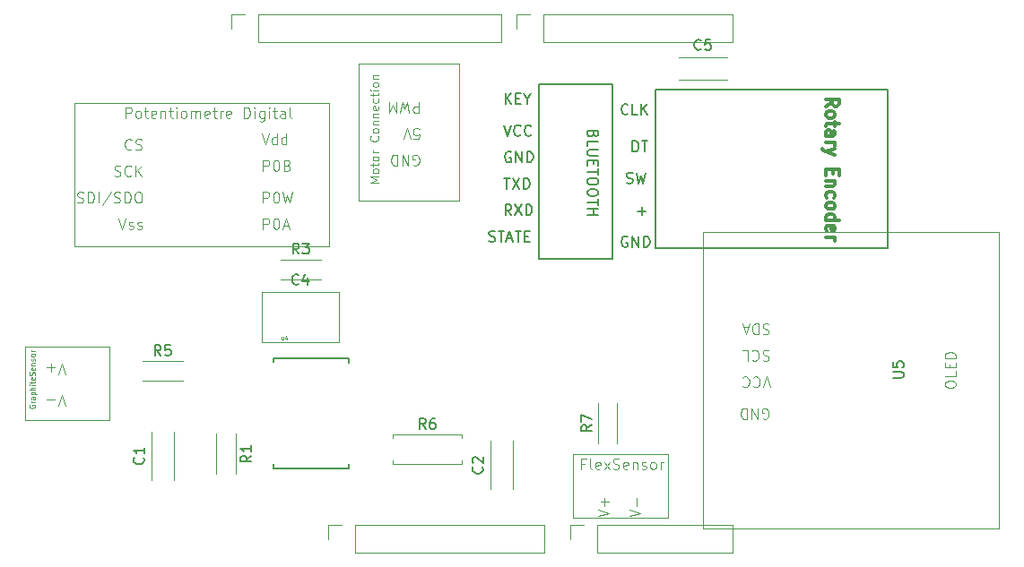
<source format=gbr>
%TF.GenerationSoftware,KiCad,Pcbnew,9.0.0*%
%TF.CreationDate,2025-03-18T21:40:51+01:00*%
%TF.ProjectId,Capteur_KICAD,43617074-6575-4725-9f4b-494341442e6b,rev?*%
%TF.SameCoordinates,Original*%
%TF.FileFunction,Legend,Top*%
%TF.FilePolarity,Positive*%
%FSLAX46Y46*%
G04 Gerber Fmt 4.6, Leading zero omitted, Abs format (unit mm)*
G04 Created by KiCad (PCBNEW 9.0.0) date 2025-03-18 21:40:51*
%MOMM*%
%LPD*%
G01*
G04 APERTURE LIST*
%ADD10C,0.100000*%
%ADD11C,0.150000*%
%ADD12C,0.200000*%
%ADD13C,0.300000*%
%ADD14C,0.078740*%
%ADD15C,0.120000*%
%ADD16C,0.152400*%
G04 APERTURE END LIST*
D10*
X134672306Y-62119961D02*
X134767544Y-62167580D01*
X134767544Y-62167580D02*
X134910401Y-62167580D01*
X134910401Y-62167580D02*
X135053258Y-62119961D01*
X135053258Y-62119961D02*
X135148496Y-62024723D01*
X135148496Y-62024723D02*
X135196115Y-61929485D01*
X135196115Y-61929485D02*
X135243734Y-61739009D01*
X135243734Y-61739009D02*
X135243734Y-61596152D01*
X135243734Y-61596152D02*
X135196115Y-61405676D01*
X135196115Y-61405676D02*
X135148496Y-61310438D01*
X135148496Y-61310438D02*
X135053258Y-61215200D01*
X135053258Y-61215200D02*
X134910401Y-61167580D01*
X134910401Y-61167580D02*
X134815163Y-61167580D01*
X134815163Y-61167580D02*
X134672306Y-61215200D01*
X134672306Y-61215200D02*
X134624687Y-61262819D01*
X134624687Y-61262819D02*
X134624687Y-61596152D01*
X134624687Y-61596152D02*
X134815163Y-61596152D01*
X134196115Y-61167580D02*
X134196115Y-62167580D01*
X134196115Y-62167580D02*
X133624687Y-61167580D01*
X133624687Y-61167580D02*
X133624687Y-62167580D01*
X133148496Y-61167580D02*
X133148496Y-62167580D01*
X133148496Y-62167580D02*
X132910401Y-62167580D01*
X132910401Y-62167580D02*
X132767544Y-62119961D01*
X132767544Y-62119961D02*
X132672306Y-62024723D01*
X132672306Y-62024723D02*
X132624687Y-61929485D01*
X132624687Y-61929485D02*
X132577068Y-61739009D01*
X132577068Y-61739009D02*
X132577068Y-61596152D01*
X132577068Y-61596152D02*
X132624687Y-61405676D01*
X132624687Y-61405676D02*
X132672306Y-61310438D01*
X132672306Y-61310438D02*
X132767544Y-61215200D01*
X132767544Y-61215200D02*
X132910401Y-61167580D01*
X132910401Y-61167580D02*
X133148496Y-61167580D01*
X131396895Y-63783734D02*
X130596895Y-63783734D01*
X130596895Y-63783734D02*
X131168323Y-63517068D01*
X131168323Y-63517068D02*
X130596895Y-63250401D01*
X130596895Y-63250401D02*
X131396895Y-63250401D01*
X131396895Y-62755163D02*
X131358800Y-62831353D01*
X131358800Y-62831353D02*
X131320704Y-62869448D01*
X131320704Y-62869448D02*
X131244514Y-62907544D01*
X131244514Y-62907544D02*
X131015942Y-62907544D01*
X131015942Y-62907544D02*
X130939752Y-62869448D01*
X130939752Y-62869448D02*
X130901657Y-62831353D01*
X130901657Y-62831353D02*
X130863561Y-62755163D01*
X130863561Y-62755163D02*
X130863561Y-62640877D01*
X130863561Y-62640877D02*
X130901657Y-62564686D01*
X130901657Y-62564686D02*
X130939752Y-62526591D01*
X130939752Y-62526591D02*
X131015942Y-62488496D01*
X131015942Y-62488496D02*
X131244514Y-62488496D01*
X131244514Y-62488496D02*
X131320704Y-62526591D01*
X131320704Y-62526591D02*
X131358800Y-62564686D01*
X131358800Y-62564686D02*
X131396895Y-62640877D01*
X131396895Y-62640877D02*
X131396895Y-62755163D01*
X130863561Y-62259924D02*
X130863561Y-61955162D01*
X130596895Y-62145638D02*
X131282609Y-62145638D01*
X131282609Y-62145638D02*
X131358800Y-62107543D01*
X131358800Y-62107543D02*
X131396895Y-62031353D01*
X131396895Y-62031353D02*
X131396895Y-61955162D01*
X131396895Y-61574210D02*
X131358800Y-61650400D01*
X131358800Y-61650400D02*
X131320704Y-61688495D01*
X131320704Y-61688495D02*
X131244514Y-61726591D01*
X131244514Y-61726591D02*
X131015942Y-61726591D01*
X131015942Y-61726591D02*
X130939752Y-61688495D01*
X130939752Y-61688495D02*
X130901657Y-61650400D01*
X130901657Y-61650400D02*
X130863561Y-61574210D01*
X130863561Y-61574210D02*
X130863561Y-61459924D01*
X130863561Y-61459924D02*
X130901657Y-61383733D01*
X130901657Y-61383733D02*
X130939752Y-61345638D01*
X130939752Y-61345638D02*
X131015942Y-61307543D01*
X131015942Y-61307543D02*
X131244514Y-61307543D01*
X131244514Y-61307543D02*
X131320704Y-61345638D01*
X131320704Y-61345638D02*
X131358800Y-61383733D01*
X131358800Y-61383733D02*
X131396895Y-61459924D01*
X131396895Y-61459924D02*
X131396895Y-61574210D01*
X131396895Y-60964685D02*
X130863561Y-60964685D01*
X131015942Y-60964685D02*
X130939752Y-60926590D01*
X130939752Y-60926590D02*
X130901657Y-60888495D01*
X130901657Y-60888495D02*
X130863561Y-60812304D01*
X130863561Y-60812304D02*
X130863561Y-60736114D01*
X131320704Y-59402780D02*
X131358800Y-59440876D01*
X131358800Y-59440876D02*
X131396895Y-59555161D01*
X131396895Y-59555161D02*
X131396895Y-59631352D01*
X131396895Y-59631352D02*
X131358800Y-59745638D01*
X131358800Y-59745638D02*
X131282609Y-59821828D01*
X131282609Y-59821828D02*
X131206419Y-59859923D01*
X131206419Y-59859923D02*
X131054038Y-59898019D01*
X131054038Y-59898019D02*
X130939752Y-59898019D01*
X130939752Y-59898019D02*
X130787371Y-59859923D01*
X130787371Y-59859923D02*
X130711180Y-59821828D01*
X130711180Y-59821828D02*
X130634990Y-59745638D01*
X130634990Y-59745638D02*
X130596895Y-59631352D01*
X130596895Y-59631352D02*
X130596895Y-59555161D01*
X130596895Y-59555161D02*
X130634990Y-59440876D01*
X130634990Y-59440876D02*
X130673085Y-59402780D01*
X131396895Y-58945638D02*
X131358800Y-59021828D01*
X131358800Y-59021828D02*
X131320704Y-59059923D01*
X131320704Y-59059923D02*
X131244514Y-59098019D01*
X131244514Y-59098019D02*
X131015942Y-59098019D01*
X131015942Y-59098019D02*
X130939752Y-59059923D01*
X130939752Y-59059923D02*
X130901657Y-59021828D01*
X130901657Y-59021828D02*
X130863561Y-58945638D01*
X130863561Y-58945638D02*
X130863561Y-58831352D01*
X130863561Y-58831352D02*
X130901657Y-58755161D01*
X130901657Y-58755161D02*
X130939752Y-58717066D01*
X130939752Y-58717066D02*
X131015942Y-58678971D01*
X131015942Y-58678971D02*
X131244514Y-58678971D01*
X131244514Y-58678971D02*
X131320704Y-58717066D01*
X131320704Y-58717066D02*
X131358800Y-58755161D01*
X131358800Y-58755161D02*
X131396895Y-58831352D01*
X131396895Y-58831352D02*
X131396895Y-58945638D01*
X130863561Y-58336113D02*
X131396895Y-58336113D01*
X130939752Y-58336113D02*
X130901657Y-58298018D01*
X130901657Y-58298018D02*
X130863561Y-58221828D01*
X130863561Y-58221828D02*
X130863561Y-58107542D01*
X130863561Y-58107542D02*
X130901657Y-58031351D01*
X130901657Y-58031351D02*
X130977847Y-57993256D01*
X130977847Y-57993256D02*
X131396895Y-57993256D01*
X130863561Y-57612303D02*
X131396895Y-57612303D01*
X130939752Y-57612303D02*
X130901657Y-57574208D01*
X130901657Y-57574208D02*
X130863561Y-57498018D01*
X130863561Y-57498018D02*
X130863561Y-57383732D01*
X130863561Y-57383732D02*
X130901657Y-57307541D01*
X130901657Y-57307541D02*
X130977847Y-57269446D01*
X130977847Y-57269446D02*
X131396895Y-57269446D01*
X131358800Y-56583731D02*
X131396895Y-56659922D01*
X131396895Y-56659922D02*
X131396895Y-56812303D01*
X131396895Y-56812303D02*
X131358800Y-56888493D01*
X131358800Y-56888493D02*
X131282609Y-56926589D01*
X131282609Y-56926589D02*
X130977847Y-56926589D01*
X130977847Y-56926589D02*
X130901657Y-56888493D01*
X130901657Y-56888493D02*
X130863561Y-56812303D01*
X130863561Y-56812303D02*
X130863561Y-56659922D01*
X130863561Y-56659922D02*
X130901657Y-56583731D01*
X130901657Y-56583731D02*
X130977847Y-56545636D01*
X130977847Y-56545636D02*
X131054038Y-56545636D01*
X131054038Y-56545636D02*
X131130228Y-56926589D01*
X131358800Y-55859922D02*
X131396895Y-55936113D01*
X131396895Y-55936113D02*
X131396895Y-56088494D01*
X131396895Y-56088494D02*
X131358800Y-56164684D01*
X131358800Y-56164684D02*
X131320704Y-56202779D01*
X131320704Y-56202779D02*
X131244514Y-56240875D01*
X131244514Y-56240875D02*
X131015942Y-56240875D01*
X131015942Y-56240875D02*
X130939752Y-56202779D01*
X130939752Y-56202779D02*
X130901657Y-56164684D01*
X130901657Y-56164684D02*
X130863561Y-56088494D01*
X130863561Y-56088494D02*
X130863561Y-55936113D01*
X130863561Y-55936113D02*
X130901657Y-55859922D01*
X130863561Y-55631351D02*
X130863561Y-55326589D01*
X130596895Y-55517065D02*
X131282609Y-55517065D01*
X131282609Y-55517065D02*
X131358800Y-55478970D01*
X131358800Y-55478970D02*
X131396895Y-55402780D01*
X131396895Y-55402780D02*
X131396895Y-55326589D01*
X131396895Y-55059922D02*
X130863561Y-55059922D01*
X130596895Y-55059922D02*
X130634990Y-55098018D01*
X130634990Y-55098018D02*
X130673085Y-55059922D01*
X130673085Y-55059922D02*
X130634990Y-55021827D01*
X130634990Y-55021827D02*
X130596895Y-55059922D01*
X130596895Y-55059922D02*
X130673085Y-55059922D01*
X131396895Y-54564685D02*
X131358800Y-54640875D01*
X131358800Y-54640875D02*
X131320704Y-54678970D01*
X131320704Y-54678970D02*
X131244514Y-54717066D01*
X131244514Y-54717066D02*
X131015942Y-54717066D01*
X131015942Y-54717066D02*
X130939752Y-54678970D01*
X130939752Y-54678970D02*
X130901657Y-54640875D01*
X130901657Y-54640875D02*
X130863561Y-54564685D01*
X130863561Y-54564685D02*
X130863561Y-54450399D01*
X130863561Y-54450399D02*
X130901657Y-54374208D01*
X130901657Y-54374208D02*
X130939752Y-54336113D01*
X130939752Y-54336113D02*
X131015942Y-54298018D01*
X131015942Y-54298018D02*
X131244514Y-54298018D01*
X131244514Y-54298018D02*
X131320704Y-54336113D01*
X131320704Y-54336113D02*
X131358800Y-54374208D01*
X131358800Y-54374208D02*
X131396895Y-54450399D01*
X131396895Y-54450399D02*
X131396895Y-54564685D01*
X130863561Y-53955160D02*
X131396895Y-53955160D01*
X130939752Y-53955160D02*
X130901657Y-53917065D01*
X130901657Y-53917065D02*
X130863561Y-53840875D01*
X130863561Y-53840875D02*
X130863561Y-53726589D01*
X130863561Y-53726589D02*
X130901657Y-53650398D01*
X130901657Y-53650398D02*
X130977847Y-53612303D01*
X130977847Y-53612303D02*
X131396895Y-53612303D01*
X134719925Y-59667580D02*
X135196115Y-59667580D01*
X135196115Y-59667580D02*
X135243734Y-59191390D01*
X135243734Y-59191390D02*
X135196115Y-59239009D01*
X135196115Y-59239009D02*
X135100877Y-59286628D01*
X135100877Y-59286628D02*
X134862782Y-59286628D01*
X134862782Y-59286628D02*
X134767544Y-59239009D01*
X134767544Y-59239009D02*
X134719925Y-59191390D01*
X134719925Y-59191390D02*
X134672306Y-59096152D01*
X134672306Y-59096152D02*
X134672306Y-58858057D01*
X134672306Y-58858057D02*
X134719925Y-58762819D01*
X134719925Y-58762819D02*
X134767544Y-58715200D01*
X134767544Y-58715200D02*
X134862782Y-58667580D01*
X134862782Y-58667580D02*
X135100877Y-58667580D01*
X135100877Y-58667580D02*
X135196115Y-58715200D01*
X135196115Y-58715200D02*
X135243734Y-58762819D01*
X134386591Y-59667580D02*
X134053258Y-58667580D01*
X134053258Y-58667580D02*
X133719925Y-59667580D01*
X135196115Y-56167580D02*
X135196115Y-57167580D01*
X135196115Y-57167580D02*
X134815163Y-57167580D01*
X134815163Y-57167580D02*
X134719925Y-57119961D01*
X134719925Y-57119961D02*
X134672306Y-57072342D01*
X134672306Y-57072342D02*
X134624687Y-56977104D01*
X134624687Y-56977104D02*
X134624687Y-56834247D01*
X134624687Y-56834247D02*
X134672306Y-56739009D01*
X134672306Y-56739009D02*
X134719925Y-56691390D01*
X134719925Y-56691390D02*
X134815163Y-56643771D01*
X134815163Y-56643771D02*
X135196115Y-56643771D01*
X134291353Y-57167580D02*
X134053258Y-56167580D01*
X134053258Y-56167580D02*
X133862782Y-56881866D01*
X133862782Y-56881866D02*
X133672306Y-56167580D01*
X133672306Y-56167580D02*
X133434211Y-57167580D01*
X133053258Y-56167580D02*
X133053258Y-57167580D01*
X133053258Y-57167580D02*
X132719925Y-56453295D01*
X132719925Y-56453295D02*
X132386592Y-57167580D01*
X132386592Y-57167580D02*
X132386592Y-56167580D01*
D11*
X109159580Y-89781666D02*
X109207200Y-89829285D01*
X109207200Y-89829285D02*
X109254819Y-89972142D01*
X109254819Y-89972142D02*
X109254819Y-90067380D01*
X109254819Y-90067380D02*
X109207200Y-90210237D01*
X109207200Y-90210237D02*
X109111961Y-90305475D01*
X109111961Y-90305475D02*
X109016723Y-90353094D01*
X109016723Y-90353094D02*
X108826247Y-90400713D01*
X108826247Y-90400713D02*
X108683390Y-90400713D01*
X108683390Y-90400713D02*
X108492914Y-90353094D01*
X108492914Y-90353094D02*
X108397676Y-90305475D01*
X108397676Y-90305475D02*
X108302438Y-90210237D01*
X108302438Y-90210237D02*
X108254819Y-90067380D01*
X108254819Y-90067380D02*
X108254819Y-89972142D01*
X108254819Y-89972142D02*
X108302438Y-89829285D01*
X108302438Y-89829285D02*
X108350057Y-89781666D01*
X109254819Y-88829285D02*
X109254819Y-89400713D01*
X109254819Y-89114999D02*
X108254819Y-89114999D01*
X108254819Y-89114999D02*
X108397676Y-89210237D01*
X108397676Y-89210237D02*
X108492914Y-89305475D01*
X108492914Y-89305475D02*
X108540533Y-89400713D01*
D10*
X150867217Y-90348609D02*
X150533884Y-90348609D01*
X150533884Y-90872419D02*
X150533884Y-89872419D01*
X150533884Y-89872419D02*
X151010074Y-89872419D01*
X151533884Y-90872419D02*
X151438646Y-90824800D01*
X151438646Y-90824800D02*
X151391027Y-90729561D01*
X151391027Y-90729561D02*
X151391027Y-89872419D01*
X152295789Y-90824800D02*
X152200551Y-90872419D01*
X152200551Y-90872419D02*
X152010075Y-90872419D01*
X152010075Y-90872419D02*
X151914837Y-90824800D01*
X151914837Y-90824800D02*
X151867218Y-90729561D01*
X151867218Y-90729561D02*
X151867218Y-90348609D01*
X151867218Y-90348609D02*
X151914837Y-90253371D01*
X151914837Y-90253371D02*
X152010075Y-90205752D01*
X152010075Y-90205752D02*
X152200551Y-90205752D01*
X152200551Y-90205752D02*
X152295789Y-90253371D01*
X152295789Y-90253371D02*
X152343408Y-90348609D01*
X152343408Y-90348609D02*
X152343408Y-90443847D01*
X152343408Y-90443847D02*
X151867218Y-90539085D01*
X152676742Y-90872419D02*
X153200551Y-90205752D01*
X152676742Y-90205752D02*
X153200551Y-90872419D01*
X153533885Y-90824800D02*
X153676742Y-90872419D01*
X153676742Y-90872419D02*
X153914837Y-90872419D01*
X153914837Y-90872419D02*
X154010075Y-90824800D01*
X154010075Y-90824800D02*
X154057694Y-90777180D01*
X154057694Y-90777180D02*
X154105313Y-90681942D01*
X154105313Y-90681942D02*
X154105313Y-90586704D01*
X154105313Y-90586704D02*
X154057694Y-90491466D01*
X154057694Y-90491466D02*
X154010075Y-90443847D01*
X154010075Y-90443847D02*
X153914837Y-90396228D01*
X153914837Y-90396228D02*
X153724361Y-90348609D01*
X153724361Y-90348609D02*
X153629123Y-90300990D01*
X153629123Y-90300990D02*
X153581504Y-90253371D01*
X153581504Y-90253371D02*
X153533885Y-90158133D01*
X153533885Y-90158133D02*
X153533885Y-90062895D01*
X153533885Y-90062895D02*
X153581504Y-89967657D01*
X153581504Y-89967657D02*
X153629123Y-89920038D01*
X153629123Y-89920038D02*
X153724361Y-89872419D01*
X153724361Y-89872419D02*
X153962456Y-89872419D01*
X153962456Y-89872419D02*
X154105313Y-89920038D01*
X154914837Y-90824800D02*
X154819599Y-90872419D01*
X154819599Y-90872419D02*
X154629123Y-90872419D01*
X154629123Y-90872419D02*
X154533885Y-90824800D01*
X154533885Y-90824800D02*
X154486266Y-90729561D01*
X154486266Y-90729561D02*
X154486266Y-90348609D01*
X154486266Y-90348609D02*
X154533885Y-90253371D01*
X154533885Y-90253371D02*
X154629123Y-90205752D01*
X154629123Y-90205752D02*
X154819599Y-90205752D01*
X154819599Y-90205752D02*
X154914837Y-90253371D01*
X154914837Y-90253371D02*
X154962456Y-90348609D01*
X154962456Y-90348609D02*
X154962456Y-90443847D01*
X154962456Y-90443847D02*
X154486266Y-90539085D01*
X155391028Y-90205752D02*
X155391028Y-90872419D01*
X155391028Y-90300990D02*
X155438647Y-90253371D01*
X155438647Y-90253371D02*
X155533885Y-90205752D01*
X155533885Y-90205752D02*
X155676742Y-90205752D01*
X155676742Y-90205752D02*
X155771980Y-90253371D01*
X155771980Y-90253371D02*
X155819599Y-90348609D01*
X155819599Y-90348609D02*
X155819599Y-90872419D01*
X156248171Y-90824800D02*
X156343409Y-90872419D01*
X156343409Y-90872419D02*
X156533885Y-90872419D01*
X156533885Y-90872419D02*
X156629123Y-90824800D01*
X156629123Y-90824800D02*
X156676742Y-90729561D01*
X156676742Y-90729561D02*
X156676742Y-90681942D01*
X156676742Y-90681942D02*
X156629123Y-90586704D01*
X156629123Y-90586704D02*
X156533885Y-90539085D01*
X156533885Y-90539085D02*
X156391028Y-90539085D01*
X156391028Y-90539085D02*
X156295790Y-90491466D01*
X156295790Y-90491466D02*
X156248171Y-90396228D01*
X156248171Y-90396228D02*
X156248171Y-90348609D01*
X156248171Y-90348609D02*
X156295790Y-90253371D01*
X156295790Y-90253371D02*
X156391028Y-90205752D01*
X156391028Y-90205752D02*
X156533885Y-90205752D01*
X156533885Y-90205752D02*
X156629123Y-90253371D01*
X157248171Y-90872419D02*
X157152933Y-90824800D01*
X157152933Y-90824800D02*
X157105314Y-90777180D01*
X157105314Y-90777180D02*
X157057695Y-90681942D01*
X157057695Y-90681942D02*
X157057695Y-90396228D01*
X157057695Y-90396228D02*
X157105314Y-90300990D01*
X157105314Y-90300990D02*
X157152933Y-90253371D01*
X157152933Y-90253371D02*
X157248171Y-90205752D01*
X157248171Y-90205752D02*
X157391028Y-90205752D01*
X157391028Y-90205752D02*
X157486266Y-90253371D01*
X157486266Y-90253371D02*
X157533885Y-90300990D01*
X157533885Y-90300990D02*
X157581504Y-90396228D01*
X157581504Y-90396228D02*
X157581504Y-90681942D01*
X157581504Y-90681942D02*
X157533885Y-90777180D01*
X157533885Y-90777180D02*
X157486266Y-90824800D01*
X157486266Y-90824800D02*
X157391028Y-90872419D01*
X157391028Y-90872419D02*
X157248171Y-90872419D01*
X158010076Y-90872419D02*
X158010076Y-90205752D01*
X158010076Y-90396228D02*
X158057695Y-90300990D01*
X158057695Y-90300990D02*
X158105314Y-90253371D01*
X158105314Y-90253371D02*
X158200552Y-90205752D01*
X158200552Y-90205752D02*
X158295790Y-90205752D01*
X155102419Y-95338972D02*
X156102419Y-95005639D01*
X156102419Y-95005639D02*
X155102419Y-94672306D01*
X155721466Y-94338972D02*
X155721466Y-93577068D01*
X152102419Y-95338972D02*
X153102419Y-95005639D01*
X153102419Y-95005639D02*
X152102419Y-94672306D01*
X152721466Y-94338972D02*
X152721466Y-93577068D01*
X153102419Y-93958020D02*
X152340514Y-93958020D01*
X98457419Y-84823258D02*
X98433609Y-84870877D01*
X98433609Y-84870877D02*
X98433609Y-84942306D01*
X98433609Y-84942306D02*
X98457419Y-85013734D01*
X98457419Y-85013734D02*
X98505038Y-85061353D01*
X98505038Y-85061353D02*
X98552657Y-85085163D01*
X98552657Y-85085163D02*
X98647895Y-85108972D01*
X98647895Y-85108972D02*
X98719323Y-85108972D01*
X98719323Y-85108972D02*
X98814561Y-85085163D01*
X98814561Y-85085163D02*
X98862180Y-85061353D01*
X98862180Y-85061353D02*
X98909800Y-85013734D01*
X98909800Y-85013734D02*
X98933609Y-84942306D01*
X98933609Y-84942306D02*
X98933609Y-84894687D01*
X98933609Y-84894687D02*
X98909800Y-84823258D01*
X98909800Y-84823258D02*
X98885990Y-84799449D01*
X98885990Y-84799449D02*
X98719323Y-84799449D01*
X98719323Y-84799449D02*
X98719323Y-84894687D01*
X98933609Y-84585163D02*
X98600276Y-84585163D01*
X98695514Y-84585163D02*
X98647895Y-84561353D01*
X98647895Y-84561353D02*
X98624085Y-84537544D01*
X98624085Y-84537544D02*
X98600276Y-84489925D01*
X98600276Y-84489925D02*
X98600276Y-84442306D01*
X98933609Y-84061353D02*
X98671704Y-84061353D01*
X98671704Y-84061353D02*
X98624085Y-84085163D01*
X98624085Y-84085163D02*
X98600276Y-84132782D01*
X98600276Y-84132782D02*
X98600276Y-84228020D01*
X98600276Y-84228020D02*
X98624085Y-84275639D01*
X98909800Y-84061353D02*
X98933609Y-84108972D01*
X98933609Y-84108972D02*
X98933609Y-84228020D01*
X98933609Y-84228020D02*
X98909800Y-84275639D01*
X98909800Y-84275639D02*
X98862180Y-84299448D01*
X98862180Y-84299448D02*
X98814561Y-84299448D01*
X98814561Y-84299448D02*
X98766942Y-84275639D01*
X98766942Y-84275639D02*
X98743133Y-84228020D01*
X98743133Y-84228020D02*
X98743133Y-84108972D01*
X98743133Y-84108972D02*
X98719323Y-84061353D01*
X98600276Y-83823258D02*
X99100276Y-83823258D01*
X98624085Y-83823258D02*
X98600276Y-83775639D01*
X98600276Y-83775639D02*
X98600276Y-83680401D01*
X98600276Y-83680401D02*
X98624085Y-83632782D01*
X98624085Y-83632782D02*
X98647895Y-83608972D01*
X98647895Y-83608972D02*
X98695514Y-83585163D01*
X98695514Y-83585163D02*
X98838371Y-83585163D01*
X98838371Y-83585163D02*
X98885990Y-83608972D01*
X98885990Y-83608972D02*
X98909800Y-83632782D01*
X98909800Y-83632782D02*
X98933609Y-83680401D01*
X98933609Y-83680401D02*
X98933609Y-83775639D01*
X98933609Y-83775639D02*
X98909800Y-83823258D01*
X98933609Y-83370877D02*
X98433609Y-83370877D01*
X98933609Y-83156591D02*
X98671704Y-83156591D01*
X98671704Y-83156591D02*
X98624085Y-83180401D01*
X98624085Y-83180401D02*
X98600276Y-83228020D01*
X98600276Y-83228020D02*
X98600276Y-83299448D01*
X98600276Y-83299448D02*
X98624085Y-83347067D01*
X98624085Y-83347067D02*
X98647895Y-83370877D01*
X98933609Y-82918496D02*
X98600276Y-82918496D01*
X98433609Y-82918496D02*
X98457419Y-82942305D01*
X98457419Y-82942305D02*
X98481228Y-82918496D01*
X98481228Y-82918496D02*
X98457419Y-82894686D01*
X98457419Y-82894686D02*
X98433609Y-82918496D01*
X98433609Y-82918496D02*
X98481228Y-82918496D01*
X98600276Y-82751829D02*
X98600276Y-82561353D01*
X98433609Y-82680401D02*
X98862180Y-82680401D01*
X98862180Y-82680401D02*
X98909800Y-82656591D01*
X98909800Y-82656591D02*
X98933609Y-82608972D01*
X98933609Y-82608972D02*
X98933609Y-82561353D01*
X98909800Y-82204211D02*
X98933609Y-82251830D01*
X98933609Y-82251830D02*
X98933609Y-82347068D01*
X98933609Y-82347068D02*
X98909800Y-82394687D01*
X98909800Y-82394687D02*
X98862180Y-82418496D01*
X98862180Y-82418496D02*
X98671704Y-82418496D01*
X98671704Y-82418496D02*
X98624085Y-82394687D01*
X98624085Y-82394687D02*
X98600276Y-82347068D01*
X98600276Y-82347068D02*
X98600276Y-82251830D01*
X98600276Y-82251830D02*
X98624085Y-82204211D01*
X98624085Y-82204211D02*
X98671704Y-82180401D01*
X98671704Y-82180401D02*
X98719323Y-82180401D01*
X98719323Y-82180401D02*
X98766942Y-82418496D01*
X98909800Y-81989925D02*
X98933609Y-81918497D01*
X98933609Y-81918497D02*
X98933609Y-81799449D01*
X98933609Y-81799449D02*
X98909800Y-81751830D01*
X98909800Y-81751830D02*
X98885990Y-81728021D01*
X98885990Y-81728021D02*
X98838371Y-81704211D01*
X98838371Y-81704211D02*
X98790752Y-81704211D01*
X98790752Y-81704211D02*
X98743133Y-81728021D01*
X98743133Y-81728021D02*
X98719323Y-81751830D01*
X98719323Y-81751830D02*
X98695514Y-81799449D01*
X98695514Y-81799449D02*
X98671704Y-81894687D01*
X98671704Y-81894687D02*
X98647895Y-81942306D01*
X98647895Y-81942306D02*
X98624085Y-81966116D01*
X98624085Y-81966116D02*
X98576466Y-81989925D01*
X98576466Y-81989925D02*
X98528847Y-81989925D01*
X98528847Y-81989925D02*
X98481228Y-81966116D01*
X98481228Y-81966116D02*
X98457419Y-81942306D01*
X98457419Y-81942306D02*
X98433609Y-81894687D01*
X98433609Y-81894687D02*
X98433609Y-81775640D01*
X98433609Y-81775640D02*
X98457419Y-81704211D01*
X98909800Y-81299450D02*
X98933609Y-81347069D01*
X98933609Y-81347069D02*
X98933609Y-81442307D01*
X98933609Y-81442307D02*
X98909800Y-81489926D01*
X98909800Y-81489926D02*
X98862180Y-81513735D01*
X98862180Y-81513735D02*
X98671704Y-81513735D01*
X98671704Y-81513735D02*
X98624085Y-81489926D01*
X98624085Y-81489926D02*
X98600276Y-81442307D01*
X98600276Y-81442307D02*
X98600276Y-81347069D01*
X98600276Y-81347069D02*
X98624085Y-81299450D01*
X98624085Y-81299450D02*
X98671704Y-81275640D01*
X98671704Y-81275640D02*
X98719323Y-81275640D01*
X98719323Y-81275640D02*
X98766942Y-81513735D01*
X98600276Y-81061355D02*
X98933609Y-81061355D01*
X98647895Y-81061355D02*
X98624085Y-81037545D01*
X98624085Y-81037545D02*
X98600276Y-80989926D01*
X98600276Y-80989926D02*
X98600276Y-80918498D01*
X98600276Y-80918498D02*
X98624085Y-80870879D01*
X98624085Y-80870879D02*
X98671704Y-80847069D01*
X98671704Y-80847069D02*
X98933609Y-80847069D01*
X98909800Y-80632783D02*
X98933609Y-80585164D01*
X98933609Y-80585164D02*
X98933609Y-80489926D01*
X98933609Y-80489926D02*
X98909800Y-80442307D01*
X98909800Y-80442307D02*
X98862180Y-80418498D01*
X98862180Y-80418498D02*
X98838371Y-80418498D01*
X98838371Y-80418498D02*
X98790752Y-80442307D01*
X98790752Y-80442307D02*
X98766942Y-80489926D01*
X98766942Y-80489926D02*
X98766942Y-80561355D01*
X98766942Y-80561355D02*
X98743133Y-80608974D01*
X98743133Y-80608974D02*
X98695514Y-80632783D01*
X98695514Y-80632783D02*
X98671704Y-80632783D01*
X98671704Y-80632783D02*
X98624085Y-80608974D01*
X98624085Y-80608974D02*
X98600276Y-80561355D01*
X98600276Y-80561355D02*
X98600276Y-80489926D01*
X98600276Y-80489926D02*
X98624085Y-80442307D01*
X98933609Y-80132783D02*
X98909800Y-80180402D01*
X98909800Y-80180402D02*
X98885990Y-80204212D01*
X98885990Y-80204212D02*
X98838371Y-80228021D01*
X98838371Y-80228021D02*
X98695514Y-80228021D01*
X98695514Y-80228021D02*
X98647895Y-80204212D01*
X98647895Y-80204212D02*
X98624085Y-80180402D01*
X98624085Y-80180402D02*
X98600276Y-80132783D01*
X98600276Y-80132783D02*
X98600276Y-80061355D01*
X98600276Y-80061355D02*
X98624085Y-80013736D01*
X98624085Y-80013736D02*
X98647895Y-79989926D01*
X98647895Y-79989926D02*
X98695514Y-79966117D01*
X98695514Y-79966117D02*
X98838371Y-79966117D01*
X98838371Y-79966117D02*
X98885990Y-79989926D01*
X98885990Y-79989926D02*
X98909800Y-80013736D01*
X98909800Y-80013736D02*
X98933609Y-80061355D01*
X98933609Y-80061355D02*
X98933609Y-80132783D01*
X98933609Y-79751831D02*
X98600276Y-79751831D01*
X98695514Y-79751831D02*
X98647895Y-79728021D01*
X98647895Y-79728021D02*
X98624085Y-79704212D01*
X98624085Y-79704212D02*
X98600276Y-79656593D01*
X98600276Y-79656593D02*
X98600276Y-79608974D01*
X101838972Y-84897580D02*
X101505639Y-83897580D01*
X101505639Y-83897580D02*
X101172306Y-84897580D01*
X100838972Y-84278533D02*
X100077068Y-84278533D01*
X101838972Y-81897580D02*
X101505639Y-80897580D01*
X101505639Y-80897580D02*
X101172306Y-81897580D01*
X100838972Y-81278533D02*
X100077068Y-81278533D01*
X100458020Y-80897580D02*
X100458020Y-81659485D01*
D11*
X179954819Y-82261904D02*
X180764342Y-82261904D01*
X180764342Y-82261904D02*
X180859580Y-82214285D01*
X180859580Y-82214285D02*
X180907200Y-82166666D01*
X180907200Y-82166666D02*
X180954819Y-82071428D01*
X180954819Y-82071428D02*
X180954819Y-81880952D01*
X180954819Y-81880952D02*
X180907200Y-81785714D01*
X180907200Y-81785714D02*
X180859580Y-81738095D01*
X180859580Y-81738095D02*
X180764342Y-81690476D01*
X180764342Y-81690476D02*
X179954819Y-81690476D01*
X179954819Y-80738095D02*
X179954819Y-81214285D01*
X179954819Y-81214285D02*
X180431009Y-81261904D01*
X180431009Y-81261904D02*
X180383390Y-81214285D01*
X180383390Y-81214285D02*
X180335771Y-81119047D01*
X180335771Y-81119047D02*
X180335771Y-80880952D01*
X180335771Y-80880952D02*
X180383390Y-80785714D01*
X180383390Y-80785714D02*
X180431009Y-80738095D01*
X180431009Y-80738095D02*
X180526247Y-80690476D01*
X180526247Y-80690476D02*
X180764342Y-80690476D01*
X180764342Y-80690476D02*
X180859580Y-80738095D01*
X180859580Y-80738095D02*
X180907200Y-80785714D01*
X180907200Y-80785714D02*
X180954819Y-80880952D01*
X180954819Y-80880952D02*
X180954819Y-81119047D01*
X180954819Y-81119047D02*
X180907200Y-81214285D01*
X180907200Y-81214285D02*
X180859580Y-81261904D01*
D10*
X168243734Y-79675200D02*
X168100877Y-79627580D01*
X168100877Y-79627580D02*
X167862782Y-79627580D01*
X167862782Y-79627580D02*
X167767544Y-79675200D01*
X167767544Y-79675200D02*
X167719925Y-79722819D01*
X167719925Y-79722819D02*
X167672306Y-79818057D01*
X167672306Y-79818057D02*
X167672306Y-79913295D01*
X167672306Y-79913295D02*
X167719925Y-80008533D01*
X167719925Y-80008533D02*
X167767544Y-80056152D01*
X167767544Y-80056152D02*
X167862782Y-80103771D01*
X167862782Y-80103771D02*
X168053258Y-80151390D01*
X168053258Y-80151390D02*
X168148496Y-80199009D01*
X168148496Y-80199009D02*
X168196115Y-80246628D01*
X168196115Y-80246628D02*
X168243734Y-80341866D01*
X168243734Y-80341866D02*
X168243734Y-80437104D01*
X168243734Y-80437104D02*
X168196115Y-80532342D01*
X168196115Y-80532342D02*
X168148496Y-80579961D01*
X168148496Y-80579961D02*
X168053258Y-80627580D01*
X168053258Y-80627580D02*
X167815163Y-80627580D01*
X167815163Y-80627580D02*
X167672306Y-80579961D01*
X166672306Y-79722819D02*
X166719925Y-79675200D01*
X166719925Y-79675200D02*
X166862782Y-79627580D01*
X166862782Y-79627580D02*
X166958020Y-79627580D01*
X166958020Y-79627580D02*
X167100877Y-79675200D01*
X167100877Y-79675200D02*
X167196115Y-79770438D01*
X167196115Y-79770438D02*
X167243734Y-79865676D01*
X167243734Y-79865676D02*
X167291353Y-80056152D01*
X167291353Y-80056152D02*
X167291353Y-80199009D01*
X167291353Y-80199009D02*
X167243734Y-80389485D01*
X167243734Y-80389485D02*
X167196115Y-80484723D01*
X167196115Y-80484723D02*
X167100877Y-80579961D01*
X167100877Y-80579961D02*
X166958020Y-80627580D01*
X166958020Y-80627580D02*
X166862782Y-80627580D01*
X166862782Y-80627580D02*
X166719925Y-80579961D01*
X166719925Y-80579961D02*
X166672306Y-80532342D01*
X165767544Y-79627580D02*
X166243734Y-79627580D01*
X166243734Y-79627580D02*
X166243734Y-80627580D01*
X168338972Y-83127580D02*
X168005639Y-82127580D01*
X168005639Y-82127580D02*
X167672306Y-83127580D01*
X166767544Y-82222819D02*
X166815163Y-82175200D01*
X166815163Y-82175200D02*
X166958020Y-82127580D01*
X166958020Y-82127580D02*
X167053258Y-82127580D01*
X167053258Y-82127580D02*
X167196115Y-82175200D01*
X167196115Y-82175200D02*
X167291353Y-82270438D01*
X167291353Y-82270438D02*
X167338972Y-82365676D01*
X167338972Y-82365676D02*
X167386591Y-82556152D01*
X167386591Y-82556152D02*
X167386591Y-82699009D01*
X167386591Y-82699009D02*
X167338972Y-82889485D01*
X167338972Y-82889485D02*
X167291353Y-82984723D01*
X167291353Y-82984723D02*
X167196115Y-83079961D01*
X167196115Y-83079961D02*
X167053258Y-83127580D01*
X167053258Y-83127580D02*
X166958020Y-83127580D01*
X166958020Y-83127580D02*
X166815163Y-83079961D01*
X166815163Y-83079961D02*
X166767544Y-83032342D01*
X165767544Y-82222819D02*
X165815163Y-82175200D01*
X165815163Y-82175200D02*
X165958020Y-82127580D01*
X165958020Y-82127580D02*
X166053258Y-82127580D01*
X166053258Y-82127580D02*
X166196115Y-82175200D01*
X166196115Y-82175200D02*
X166291353Y-82270438D01*
X166291353Y-82270438D02*
X166338972Y-82365676D01*
X166338972Y-82365676D02*
X166386591Y-82556152D01*
X166386591Y-82556152D02*
X166386591Y-82699009D01*
X166386591Y-82699009D02*
X166338972Y-82889485D01*
X166338972Y-82889485D02*
X166291353Y-82984723D01*
X166291353Y-82984723D02*
X166196115Y-83079961D01*
X166196115Y-83079961D02*
X166053258Y-83127580D01*
X166053258Y-83127580D02*
X165958020Y-83127580D01*
X165958020Y-83127580D02*
X165815163Y-83079961D01*
X165815163Y-83079961D02*
X165767544Y-83032342D01*
X167672306Y-86079961D02*
X167767544Y-86127580D01*
X167767544Y-86127580D02*
X167910401Y-86127580D01*
X167910401Y-86127580D02*
X168053258Y-86079961D01*
X168053258Y-86079961D02*
X168148496Y-85984723D01*
X168148496Y-85984723D02*
X168196115Y-85889485D01*
X168196115Y-85889485D02*
X168243734Y-85699009D01*
X168243734Y-85699009D02*
X168243734Y-85556152D01*
X168243734Y-85556152D02*
X168196115Y-85365676D01*
X168196115Y-85365676D02*
X168148496Y-85270438D01*
X168148496Y-85270438D02*
X168053258Y-85175200D01*
X168053258Y-85175200D02*
X167910401Y-85127580D01*
X167910401Y-85127580D02*
X167815163Y-85127580D01*
X167815163Y-85127580D02*
X167672306Y-85175200D01*
X167672306Y-85175200D02*
X167624687Y-85222819D01*
X167624687Y-85222819D02*
X167624687Y-85556152D01*
X167624687Y-85556152D02*
X167815163Y-85556152D01*
X167196115Y-85127580D02*
X167196115Y-86127580D01*
X167196115Y-86127580D02*
X166624687Y-85127580D01*
X166624687Y-85127580D02*
X166624687Y-86127580D01*
X166148496Y-85127580D02*
X166148496Y-86127580D01*
X166148496Y-86127580D02*
X165910401Y-86127580D01*
X165910401Y-86127580D02*
X165767544Y-86079961D01*
X165767544Y-86079961D02*
X165672306Y-85984723D01*
X165672306Y-85984723D02*
X165624687Y-85889485D01*
X165624687Y-85889485D02*
X165577068Y-85699009D01*
X165577068Y-85699009D02*
X165577068Y-85556152D01*
X165577068Y-85556152D02*
X165624687Y-85365676D01*
X165624687Y-85365676D02*
X165672306Y-85270438D01*
X165672306Y-85270438D02*
X165767544Y-85175200D01*
X165767544Y-85175200D02*
X165910401Y-85127580D01*
X165910401Y-85127580D02*
X166148496Y-85127580D01*
X184872419Y-82952380D02*
X184872419Y-82761904D01*
X184872419Y-82761904D02*
X184920038Y-82666666D01*
X184920038Y-82666666D02*
X185015276Y-82571428D01*
X185015276Y-82571428D02*
X185205752Y-82523809D01*
X185205752Y-82523809D02*
X185539085Y-82523809D01*
X185539085Y-82523809D02*
X185729561Y-82571428D01*
X185729561Y-82571428D02*
X185824800Y-82666666D01*
X185824800Y-82666666D02*
X185872419Y-82761904D01*
X185872419Y-82761904D02*
X185872419Y-82952380D01*
X185872419Y-82952380D02*
X185824800Y-83047618D01*
X185824800Y-83047618D02*
X185729561Y-83142856D01*
X185729561Y-83142856D02*
X185539085Y-83190475D01*
X185539085Y-83190475D02*
X185205752Y-83190475D01*
X185205752Y-83190475D02*
X185015276Y-83142856D01*
X185015276Y-83142856D02*
X184920038Y-83047618D01*
X184920038Y-83047618D02*
X184872419Y-82952380D01*
X185872419Y-81619047D02*
X185872419Y-82095237D01*
X185872419Y-82095237D02*
X184872419Y-82095237D01*
X185348609Y-81285713D02*
X185348609Y-80952380D01*
X185872419Y-80809523D02*
X185872419Y-81285713D01*
X185872419Y-81285713D02*
X184872419Y-81285713D01*
X184872419Y-81285713D02*
X184872419Y-80809523D01*
X185872419Y-80380951D02*
X184872419Y-80380951D01*
X184872419Y-80380951D02*
X184872419Y-80142856D01*
X184872419Y-80142856D02*
X184920038Y-79999999D01*
X184920038Y-79999999D02*
X185015276Y-79904761D01*
X185015276Y-79904761D02*
X185110514Y-79857142D01*
X185110514Y-79857142D02*
X185300990Y-79809523D01*
X185300990Y-79809523D02*
X185443847Y-79809523D01*
X185443847Y-79809523D02*
X185634323Y-79857142D01*
X185634323Y-79857142D02*
X185729561Y-79904761D01*
X185729561Y-79904761D02*
X185824800Y-79999999D01*
X185824800Y-79999999D02*
X185872419Y-80142856D01*
X185872419Y-80142856D02*
X185872419Y-80380951D01*
X168243734Y-77175200D02*
X168100877Y-77127580D01*
X168100877Y-77127580D02*
X167862782Y-77127580D01*
X167862782Y-77127580D02*
X167767544Y-77175200D01*
X167767544Y-77175200D02*
X167719925Y-77222819D01*
X167719925Y-77222819D02*
X167672306Y-77318057D01*
X167672306Y-77318057D02*
X167672306Y-77413295D01*
X167672306Y-77413295D02*
X167719925Y-77508533D01*
X167719925Y-77508533D02*
X167767544Y-77556152D01*
X167767544Y-77556152D02*
X167862782Y-77603771D01*
X167862782Y-77603771D02*
X168053258Y-77651390D01*
X168053258Y-77651390D02*
X168148496Y-77699009D01*
X168148496Y-77699009D02*
X168196115Y-77746628D01*
X168196115Y-77746628D02*
X168243734Y-77841866D01*
X168243734Y-77841866D02*
X168243734Y-77937104D01*
X168243734Y-77937104D02*
X168196115Y-78032342D01*
X168196115Y-78032342D02*
X168148496Y-78079961D01*
X168148496Y-78079961D02*
X168053258Y-78127580D01*
X168053258Y-78127580D02*
X167815163Y-78127580D01*
X167815163Y-78127580D02*
X167672306Y-78079961D01*
X167243734Y-77127580D02*
X167243734Y-78127580D01*
X167243734Y-78127580D02*
X167005639Y-78127580D01*
X167005639Y-78127580D02*
X166862782Y-78079961D01*
X166862782Y-78079961D02*
X166767544Y-77984723D01*
X166767544Y-77984723D02*
X166719925Y-77889485D01*
X166719925Y-77889485D02*
X166672306Y-77699009D01*
X166672306Y-77699009D02*
X166672306Y-77556152D01*
X166672306Y-77556152D02*
X166719925Y-77365676D01*
X166719925Y-77365676D02*
X166767544Y-77270438D01*
X166767544Y-77270438D02*
X166862782Y-77175200D01*
X166862782Y-77175200D02*
X167005639Y-77127580D01*
X167005639Y-77127580D02*
X167243734Y-77127580D01*
X166291353Y-77413295D02*
X165815163Y-77413295D01*
X166386591Y-77127580D02*
X166053258Y-78127580D01*
X166053258Y-78127580D02*
X165719925Y-77127580D01*
D12*
X143893482Y-60914838D02*
X143798244Y-60867219D01*
X143798244Y-60867219D02*
X143655387Y-60867219D01*
X143655387Y-60867219D02*
X143512530Y-60914838D01*
X143512530Y-60914838D02*
X143417292Y-61010076D01*
X143417292Y-61010076D02*
X143369673Y-61105314D01*
X143369673Y-61105314D02*
X143322054Y-61295790D01*
X143322054Y-61295790D02*
X143322054Y-61438647D01*
X143322054Y-61438647D02*
X143369673Y-61629123D01*
X143369673Y-61629123D02*
X143417292Y-61724361D01*
X143417292Y-61724361D02*
X143512530Y-61819600D01*
X143512530Y-61819600D02*
X143655387Y-61867219D01*
X143655387Y-61867219D02*
X143750625Y-61867219D01*
X143750625Y-61867219D02*
X143893482Y-61819600D01*
X143893482Y-61819600D02*
X143941101Y-61771980D01*
X143941101Y-61771980D02*
X143941101Y-61438647D01*
X143941101Y-61438647D02*
X143750625Y-61438647D01*
X144369673Y-61867219D02*
X144369673Y-60867219D01*
X144369673Y-60867219D02*
X144941101Y-61867219D01*
X144941101Y-61867219D02*
X144941101Y-60867219D01*
X145417292Y-61867219D02*
X145417292Y-60867219D01*
X145417292Y-60867219D02*
X145655387Y-60867219D01*
X145655387Y-60867219D02*
X145798244Y-60914838D01*
X145798244Y-60914838D02*
X145893482Y-61010076D01*
X145893482Y-61010076D02*
X145941101Y-61105314D01*
X145941101Y-61105314D02*
X145988720Y-61295790D01*
X145988720Y-61295790D02*
X145988720Y-61438647D01*
X145988720Y-61438647D02*
X145941101Y-61629123D01*
X145941101Y-61629123D02*
X145893482Y-61724361D01*
X145893482Y-61724361D02*
X145798244Y-61819600D01*
X145798244Y-61819600D02*
X145655387Y-61867219D01*
X145655387Y-61867219D02*
X145417292Y-61867219D01*
X151656590Y-59203006D02*
X151608971Y-59345863D01*
X151608971Y-59345863D02*
X151561352Y-59393482D01*
X151561352Y-59393482D02*
X151466114Y-59441101D01*
X151466114Y-59441101D02*
X151323257Y-59441101D01*
X151323257Y-59441101D02*
X151228019Y-59393482D01*
X151228019Y-59393482D02*
X151180400Y-59345863D01*
X151180400Y-59345863D02*
X151132780Y-59250625D01*
X151132780Y-59250625D02*
X151132780Y-58869673D01*
X151132780Y-58869673D02*
X152132780Y-58869673D01*
X152132780Y-58869673D02*
X152132780Y-59203006D01*
X152132780Y-59203006D02*
X152085161Y-59298244D01*
X152085161Y-59298244D02*
X152037542Y-59345863D01*
X152037542Y-59345863D02*
X151942304Y-59393482D01*
X151942304Y-59393482D02*
X151847066Y-59393482D01*
X151847066Y-59393482D02*
X151751828Y-59345863D01*
X151751828Y-59345863D02*
X151704209Y-59298244D01*
X151704209Y-59298244D02*
X151656590Y-59203006D01*
X151656590Y-59203006D02*
X151656590Y-58869673D01*
X151132780Y-60345863D02*
X151132780Y-59869673D01*
X151132780Y-59869673D02*
X152132780Y-59869673D01*
X152132780Y-60679197D02*
X151323257Y-60679197D01*
X151323257Y-60679197D02*
X151228019Y-60726816D01*
X151228019Y-60726816D02*
X151180400Y-60774435D01*
X151180400Y-60774435D02*
X151132780Y-60869673D01*
X151132780Y-60869673D02*
X151132780Y-61060149D01*
X151132780Y-61060149D02*
X151180400Y-61155387D01*
X151180400Y-61155387D02*
X151228019Y-61203006D01*
X151228019Y-61203006D02*
X151323257Y-61250625D01*
X151323257Y-61250625D02*
X152132780Y-61250625D01*
X151656590Y-61726816D02*
X151656590Y-62060149D01*
X151132780Y-62203006D02*
X151132780Y-61726816D01*
X151132780Y-61726816D02*
X152132780Y-61726816D01*
X152132780Y-61726816D02*
X152132780Y-62203006D01*
X152132780Y-62488721D02*
X152132780Y-63060149D01*
X151132780Y-62774435D02*
X152132780Y-62774435D01*
X152132780Y-63583959D02*
X152132780Y-63774435D01*
X152132780Y-63774435D02*
X152085161Y-63869673D01*
X152085161Y-63869673D02*
X151989923Y-63964911D01*
X151989923Y-63964911D02*
X151799447Y-64012530D01*
X151799447Y-64012530D02*
X151466114Y-64012530D01*
X151466114Y-64012530D02*
X151275638Y-63964911D01*
X151275638Y-63964911D02*
X151180400Y-63869673D01*
X151180400Y-63869673D02*
X151132780Y-63774435D01*
X151132780Y-63774435D02*
X151132780Y-63583959D01*
X151132780Y-63583959D02*
X151180400Y-63488721D01*
X151180400Y-63488721D02*
X151275638Y-63393483D01*
X151275638Y-63393483D02*
X151466114Y-63345864D01*
X151466114Y-63345864D02*
X151799447Y-63345864D01*
X151799447Y-63345864D02*
X151989923Y-63393483D01*
X151989923Y-63393483D02*
X152085161Y-63488721D01*
X152085161Y-63488721D02*
X152132780Y-63583959D01*
X152132780Y-64631578D02*
X152132780Y-64822054D01*
X152132780Y-64822054D02*
X152085161Y-64917292D01*
X152085161Y-64917292D02*
X151989923Y-65012530D01*
X151989923Y-65012530D02*
X151799447Y-65060149D01*
X151799447Y-65060149D02*
X151466114Y-65060149D01*
X151466114Y-65060149D02*
X151275638Y-65012530D01*
X151275638Y-65012530D02*
X151180400Y-64917292D01*
X151180400Y-64917292D02*
X151132780Y-64822054D01*
X151132780Y-64822054D02*
X151132780Y-64631578D01*
X151132780Y-64631578D02*
X151180400Y-64536340D01*
X151180400Y-64536340D02*
X151275638Y-64441102D01*
X151275638Y-64441102D02*
X151466114Y-64393483D01*
X151466114Y-64393483D02*
X151799447Y-64393483D01*
X151799447Y-64393483D02*
X151989923Y-64441102D01*
X151989923Y-64441102D02*
X152085161Y-64536340D01*
X152085161Y-64536340D02*
X152132780Y-64631578D01*
X152132780Y-65345864D02*
X152132780Y-65917292D01*
X151132780Y-65631578D02*
X152132780Y-65631578D01*
X151132780Y-66250626D02*
X152132780Y-66250626D01*
X151656590Y-66250626D02*
X151656590Y-66822054D01*
X151132780Y-66822054D02*
X152132780Y-66822054D01*
X143226816Y-58367219D02*
X143560149Y-59367219D01*
X143560149Y-59367219D02*
X143893482Y-58367219D01*
X144798244Y-59271980D02*
X144750625Y-59319600D01*
X144750625Y-59319600D02*
X144607768Y-59367219D01*
X144607768Y-59367219D02*
X144512530Y-59367219D01*
X144512530Y-59367219D02*
X144369673Y-59319600D01*
X144369673Y-59319600D02*
X144274435Y-59224361D01*
X144274435Y-59224361D02*
X144226816Y-59129123D01*
X144226816Y-59129123D02*
X144179197Y-58938647D01*
X144179197Y-58938647D02*
X144179197Y-58795790D01*
X144179197Y-58795790D02*
X144226816Y-58605314D01*
X144226816Y-58605314D02*
X144274435Y-58510076D01*
X144274435Y-58510076D02*
X144369673Y-58414838D01*
X144369673Y-58414838D02*
X144512530Y-58367219D01*
X144512530Y-58367219D02*
X144607768Y-58367219D01*
X144607768Y-58367219D02*
X144750625Y-58414838D01*
X144750625Y-58414838D02*
X144798244Y-58462457D01*
X145798244Y-59271980D02*
X145750625Y-59319600D01*
X145750625Y-59319600D02*
X145607768Y-59367219D01*
X145607768Y-59367219D02*
X145512530Y-59367219D01*
X145512530Y-59367219D02*
X145369673Y-59319600D01*
X145369673Y-59319600D02*
X145274435Y-59224361D01*
X145274435Y-59224361D02*
X145226816Y-59129123D01*
X145226816Y-59129123D02*
X145179197Y-58938647D01*
X145179197Y-58938647D02*
X145179197Y-58795790D01*
X145179197Y-58795790D02*
X145226816Y-58605314D01*
X145226816Y-58605314D02*
X145274435Y-58510076D01*
X145274435Y-58510076D02*
X145369673Y-58414838D01*
X145369673Y-58414838D02*
X145512530Y-58367219D01*
X145512530Y-58367219D02*
X145607768Y-58367219D01*
X145607768Y-58367219D02*
X145750625Y-58414838D01*
X145750625Y-58414838D02*
X145798244Y-58462457D01*
X141822054Y-69319600D02*
X141964911Y-69367219D01*
X141964911Y-69367219D02*
X142203006Y-69367219D01*
X142203006Y-69367219D02*
X142298244Y-69319600D01*
X142298244Y-69319600D02*
X142345863Y-69271980D01*
X142345863Y-69271980D02*
X142393482Y-69176742D01*
X142393482Y-69176742D02*
X142393482Y-69081504D01*
X142393482Y-69081504D02*
X142345863Y-68986266D01*
X142345863Y-68986266D02*
X142298244Y-68938647D01*
X142298244Y-68938647D02*
X142203006Y-68891028D01*
X142203006Y-68891028D02*
X142012530Y-68843409D01*
X142012530Y-68843409D02*
X141917292Y-68795790D01*
X141917292Y-68795790D02*
X141869673Y-68748171D01*
X141869673Y-68748171D02*
X141822054Y-68652933D01*
X141822054Y-68652933D02*
X141822054Y-68557695D01*
X141822054Y-68557695D02*
X141869673Y-68462457D01*
X141869673Y-68462457D02*
X141917292Y-68414838D01*
X141917292Y-68414838D02*
X142012530Y-68367219D01*
X142012530Y-68367219D02*
X142250625Y-68367219D01*
X142250625Y-68367219D02*
X142393482Y-68414838D01*
X142679197Y-68367219D02*
X143250625Y-68367219D01*
X142964911Y-69367219D02*
X142964911Y-68367219D01*
X143536340Y-69081504D02*
X144012530Y-69081504D01*
X143441102Y-69367219D02*
X143774435Y-68367219D01*
X143774435Y-68367219D02*
X144107768Y-69367219D01*
X144298245Y-68367219D02*
X144869673Y-68367219D01*
X144583959Y-69367219D02*
X144583959Y-68367219D01*
X145203007Y-68843409D02*
X145536340Y-68843409D01*
X145679197Y-69367219D02*
X145203007Y-69367219D01*
X145203007Y-69367219D02*
X145203007Y-68367219D01*
X145203007Y-68367219D02*
X145679197Y-68367219D01*
X143226816Y-63367219D02*
X143798244Y-63367219D01*
X143512530Y-64367219D02*
X143512530Y-63367219D01*
X144036340Y-63367219D02*
X144703006Y-64367219D01*
X144703006Y-63367219D02*
X144036340Y-64367219D01*
X145083959Y-64367219D02*
X145083959Y-63367219D01*
X145083959Y-63367219D02*
X145322054Y-63367219D01*
X145322054Y-63367219D02*
X145464911Y-63414838D01*
X145464911Y-63414838D02*
X145560149Y-63510076D01*
X145560149Y-63510076D02*
X145607768Y-63605314D01*
X145607768Y-63605314D02*
X145655387Y-63795790D01*
X145655387Y-63795790D02*
X145655387Y-63938647D01*
X145655387Y-63938647D02*
X145607768Y-64129123D01*
X145607768Y-64129123D02*
X145560149Y-64224361D01*
X145560149Y-64224361D02*
X145464911Y-64319600D01*
X145464911Y-64319600D02*
X145322054Y-64367219D01*
X145322054Y-64367219D02*
X145083959Y-64367219D01*
X143369673Y-56367219D02*
X143369673Y-55367219D01*
X143941101Y-56367219D02*
X143512530Y-55795790D01*
X143941101Y-55367219D02*
X143369673Y-55938647D01*
X144369673Y-55843409D02*
X144703006Y-55843409D01*
X144845863Y-56367219D02*
X144369673Y-56367219D01*
X144369673Y-56367219D02*
X144369673Y-55367219D01*
X144369673Y-55367219D02*
X144845863Y-55367219D01*
X145464911Y-55891028D02*
X145464911Y-56367219D01*
X145131578Y-55367219D02*
X145464911Y-55891028D01*
X145464911Y-55891028D02*
X145798244Y-55367219D01*
X143941101Y-66867219D02*
X143607768Y-66391028D01*
X143369673Y-66867219D02*
X143369673Y-65867219D01*
X143369673Y-65867219D02*
X143750625Y-65867219D01*
X143750625Y-65867219D02*
X143845863Y-65914838D01*
X143845863Y-65914838D02*
X143893482Y-65962457D01*
X143893482Y-65962457D02*
X143941101Y-66057695D01*
X143941101Y-66057695D02*
X143941101Y-66200552D01*
X143941101Y-66200552D02*
X143893482Y-66295790D01*
X143893482Y-66295790D02*
X143845863Y-66343409D01*
X143845863Y-66343409D02*
X143750625Y-66391028D01*
X143750625Y-66391028D02*
X143369673Y-66391028D01*
X144274435Y-65867219D02*
X144941101Y-66867219D01*
X144941101Y-65867219D02*
X144274435Y-66867219D01*
X145322054Y-66867219D02*
X145322054Y-65867219D01*
X145322054Y-65867219D02*
X145560149Y-65867219D01*
X145560149Y-65867219D02*
X145703006Y-65914838D01*
X145703006Y-65914838D02*
X145798244Y-66010076D01*
X145798244Y-66010076D02*
X145845863Y-66105314D01*
X145845863Y-66105314D02*
X145893482Y-66295790D01*
X145893482Y-66295790D02*
X145893482Y-66438647D01*
X145893482Y-66438647D02*
X145845863Y-66629123D01*
X145845863Y-66629123D02*
X145798244Y-66724361D01*
X145798244Y-66724361D02*
X145703006Y-66819600D01*
X145703006Y-66819600D02*
X145560149Y-66867219D01*
X145560149Y-66867219D02*
X145322054Y-66867219D01*
X154893482Y-68914838D02*
X154798244Y-68867219D01*
X154798244Y-68867219D02*
X154655387Y-68867219D01*
X154655387Y-68867219D02*
X154512530Y-68914838D01*
X154512530Y-68914838D02*
X154417292Y-69010076D01*
X154417292Y-69010076D02*
X154369673Y-69105314D01*
X154369673Y-69105314D02*
X154322054Y-69295790D01*
X154322054Y-69295790D02*
X154322054Y-69438647D01*
X154322054Y-69438647D02*
X154369673Y-69629123D01*
X154369673Y-69629123D02*
X154417292Y-69724361D01*
X154417292Y-69724361D02*
X154512530Y-69819600D01*
X154512530Y-69819600D02*
X154655387Y-69867219D01*
X154655387Y-69867219D02*
X154750625Y-69867219D01*
X154750625Y-69867219D02*
X154893482Y-69819600D01*
X154893482Y-69819600D02*
X154941101Y-69771980D01*
X154941101Y-69771980D02*
X154941101Y-69438647D01*
X154941101Y-69438647D02*
X154750625Y-69438647D01*
X155369673Y-69867219D02*
X155369673Y-68867219D01*
X155369673Y-68867219D02*
X155941101Y-69867219D01*
X155941101Y-69867219D02*
X155941101Y-68867219D01*
X156417292Y-69867219D02*
X156417292Y-68867219D01*
X156417292Y-68867219D02*
X156655387Y-68867219D01*
X156655387Y-68867219D02*
X156798244Y-68914838D01*
X156798244Y-68914838D02*
X156893482Y-69010076D01*
X156893482Y-69010076D02*
X156941101Y-69105314D01*
X156941101Y-69105314D02*
X156988720Y-69295790D01*
X156988720Y-69295790D02*
X156988720Y-69438647D01*
X156988720Y-69438647D02*
X156941101Y-69629123D01*
X156941101Y-69629123D02*
X156893482Y-69724361D01*
X156893482Y-69724361D02*
X156798244Y-69819600D01*
X156798244Y-69819600D02*
X156655387Y-69867219D01*
X156655387Y-69867219D02*
X156417292Y-69867219D01*
X155369673Y-60867219D02*
X155369673Y-59867219D01*
X155369673Y-59867219D02*
X155607768Y-59867219D01*
X155607768Y-59867219D02*
X155750625Y-59914838D01*
X155750625Y-59914838D02*
X155845863Y-60010076D01*
X155845863Y-60010076D02*
X155893482Y-60105314D01*
X155893482Y-60105314D02*
X155941101Y-60295790D01*
X155941101Y-60295790D02*
X155941101Y-60438647D01*
X155941101Y-60438647D02*
X155893482Y-60629123D01*
X155893482Y-60629123D02*
X155845863Y-60724361D01*
X155845863Y-60724361D02*
X155750625Y-60819600D01*
X155750625Y-60819600D02*
X155607768Y-60867219D01*
X155607768Y-60867219D02*
X155369673Y-60867219D01*
X156226816Y-59867219D02*
X156798244Y-59867219D01*
X156512530Y-60867219D02*
X156512530Y-59867219D01*
X155869673Y-66486266D02*
X156631578Y-66486266D01*
X156250625Y-66867219D02*
X156250625Y-66105314D01*
X154822054Y-63819600D02*
X154964911Y-63867219D01*
X154964911Y-63867219D02*
X155203006Y-63867219D01*
X155203006Y-63867219D02*
X155298244Y-63819600D01*
X155298244Y-63819600D02*
X155345863Y-63771980D01*
X155345863Y-63771980D02*
X155393482Y-63676742D01*
X155393482Y-63676742D02*
X155393482Y-63581504D01*
X155393482Y-63581504D02*
X155345863Y-63486266D01*
X155345863Y-63486266D02*
X155298244Y-63438647D01*
X155298244Y-63438647D02*
X155203006Y-63391028D01*
X155203006Y-63391028D02*
X155012530Y-63343409D01*
X155012530Y-63343409D02*
X154917292Y-63295790D01*
X154917292Y-63295790D02*
X154869673Y-63248171D01*
X154869673Y-63248171D02*
X154822054Y-63152933D01*
X154822054Y-63152933D02*
X154822054Y-63057695D01*
X154822054Y-63057695D02*
X154869673Y-62962457D01*
X154869673Y-62962457D02*
X154917292Y-62914838D01*
X154917292Y-62914838D02*
X155012530Y-62867219D01*
X155012530Y-62867219D02*
X155250625Y-62867219D01*
X155250625Y-62867219D02*
X155393482Y-62914838D01*
X155726816Y-62867219D02*
X155964911Y-63867219D01*
X155964911Y-63867219D02*
X156155387Y-63152933D01*
X156155387Y-63152933D02*
X156345863Y-63867219D01*
X156345863Y-63867219D02*
X156583959Y-62867219D01*
X154941101Y-57271980D02*
X154893482Y-57319600D01*
X154893482Y-57319600D02*
X154750625Y-57367219D01*
X154750625Y-57367219D02*
X154655387Y-57367219D01*
X154655387Y-57367219D02*
X154512530Y-57319600D01*
X154512530Y-57319600D02*
X154417292Y-57224361D01*
X154417292Y-57224361D02*
X154369673Y-57129123D01*
X154369673Y-57129123D02*
X154322054Y-56938647D01*
X154322054Y-56938647D02*
X154322054Y-56795790D01*
X154322054Y-56795790D02*
X154369673Y-56605314D01*
X154369673Y-56605314D02*
X154417292Y-56510076D01*
X154417292Y-56510076D02*
X154512530Y-56414838D01*
X154512530Y-56414838D02*
X154655387Y-56367219D01*
X154655387Y-56367219D02*
X154750625Y-56367219D01*
X154750625Y-56367219D02*
X154893482Y-56414838D01*
X154893482Y-56414838D02*
X154941101Y-56462457D01*
X155845863Y-57367219D02*
X155369673Y-57367219D01*
X155369673Y-57367219D02*
X155369673Y-56367219D01*
X156179197Y-57367219D02*
X156179197Y-56367219D01*
X156750625Y-57367219D02*
X156322054Y-56795790D01*
X156750625Y-56367219D02*
X156179197Y-56938647D01*
D13*
X173662457Y-56585715D02*
X174233885Y-56185715D01*
X173662457Y-55900001D02*
X174862457Y-55900001D01*
X174862457Y-55900001D02*
X174862457Y-56357144D01*
X174862457Y-56357144D02*
X174805314Y-56471429D01*
X174805314Y-56471429D02*
X174748171Y-56528572D01*
X174748171Y-56528572D02*
X174633885Y-56585715D01*
X174633885Y-56585715D02*
X174462457Y-56585715D01*
X174462457Y-56585715D02*
X174348171Y-56528572D01*
X174348171Y-56528572D02*
X174291028Y-56471429D01*
X174291028Y-56471429D02*
X174233885Y-56357144D01*
X174233885Y-56357144D02*
X174233885Y-55900001D01*
X173662457Y-57271429D02*
X173719600Y-57157144D01*
X173719600Y-57157144D02*
X173776742Y-57100001D01*
X173776742Y-57100001D02*
X173891028Y-57042858D01*
X173891028Y-57042858D02*
X174233885Y-57042858D01*
X174233885Y-57042858D02*
X174348171Y-57100001D01*
X174348171Y-57100001D02*
X174405314Y-57157144D01*
X174405314Y-57157144D02*
X174462457Y-57271429D01*
X174462457Y-57271429D02*
X174462457Y-57442858D01*
X174462457Y-57442858D02*
X174405314Y-57557144D01*
X174405314Y-57557144D02*
X174348171Y-57614287D01*
X174348171Y-57614287D02*
X174233885Y-57671429D01*
X174233885Y-57671429D02*
X173891028Y-57671429D01*
X173891028Y-57671429D02*
X173776742Y-57614287D01*
X173776742Y-57614287D02*
X173719600Y-57557144D01*
X173719600Y-57557144D02*
X173662457Y-57442858D01*
X173662457Y-57442858D02*
X173662457Y-57271429D01*
X174462457Y-58014286D02*
X174462457Y-58471429D01*
X174862457Y-58185715D02*
X173833885Y-58185715D01*
X173833885Y-58185715D02*
X173719600Y-58242858D01*
X173719600Y-58242858D02*
X173662457Y-58357143D01*
X173662457Y-58357143D02*
X173662457Y-58471429D01*
X173662457Y-59385715D02*
X174291028Y-59385715D01*
X174291028Y-59385715D02*
X174405314Y-59328572D01*
X174405314Y-59328572D02*
X174462457Y-59214286D01*
X174462457Y-59214286D02*
X174462457Y-58985715D01*
X174462457Y-58985715D02*
X174405314Y-58871429D01*
X173719600Y-59385715D02*
X173662457Y-59271429D01*
X173662457Y-59271429D02*
X173662457Y-58985715D01*
X173662457Y-58985715D02*
X173719600Y-58871429D01*
X173719600Y-58871429D02*
X173833885Y-58814286D01*
X173833885Y-58814286D02*
X173948171Y-58814286D01*
X173948171Y-58814286D02*
X174062457Y-58871429D01*
X174062457Y-58871429D02*
X174119600Y-58985715D01*
X174119600Y-58985715D02*
X174119600Y-59271429D01*
X174119600Y-59271429D02*
X174176742Y-59385715D01*
X173662457Y-59957143D02*
X174462457Y-59957143D01*
X174233885Y-59957143D02*
X174348171Y-60014286D01*
X174348171Y-60014286D02*
X174405314Y-60071429D01*
X174405314Y-60071429D02*
X174462457Y-60185714D01*
X174462457Y-60185714D02*
X174462457Y-60300000D01*
X174462457Y-60585714D02*
X173662457Y-60871428D01*
X174462457Y-61157143D02*
X173662457Y-60871428D01*
X173662457Y-60871428D02*
X173376742Y-60757143D01*
X173376742Y-60757143D02*
X173319600Y-60700000D01*
X173319600Y-60700000D02*
X173262457Y-60585714D01*
X174291028Y-62528572D02*
X174291028Y-62928572D01*
X173662457Y-63100000D02*
X173662457Y-62528572D01*
X173662457Y-62528572D02*
X174862457Y-62528572D01*
X174862457Y-62528572D02*
X174862457Y-63100000D01*
X174462457Y-63614286D02*
X173662457Y-63614286D01*
X174348171Y-63614286D02*
X174405314Y-63671429D01*
X174405314Y-63671429D02*
X174462457Y-63785714D01*
X174462457Y-63785714D02*
X174462457Y-63957143D01*
X174462457Y-63957143D02*
X174405314Y-64071429D01*
X174405314Y-64071429D02*
X174291028Y-64128572D01*
X174291028Y-64128572D02*
X173662457Y-64128572D01*
X173719600Y-65214286D02*
X173662457Y-65100000D01*
X173662457Y-65100000D02*
X173662457Y-64871428D01*
X173662457Y-64871428D02*
X173719600Y-64757143D01*
X173719600Y-64757143D02*
X173776742Y-64700000D01*
X173776742Y-64700000D02*
X173891028Y-64642857D01*
X173891028Y-64642857D02*
X174233885Y-64642857D01*
X174233885Y-64642857D02*
X174348171Y-64700000D01*
X174348171Y-64700000D02*
X174405314Y-64757143D01*
X174405314Y-64757143D02*
X174462457Y-64871428D01*
X174462457Y-64871428D02*
X174462457Y-65100000D01*
X174462457Y-65100000D02*
X174405314Y-65214286D01*
X173662457Y-65899999D02*
X173719600Y-65785714D01*
X173719600Y-65785714D02*
X173776742Y-65728571D01*
X173776742Y-65728571D02*
X173891028Y-65671428D01*
X173891028Y-65671428D02*
X174233885Y-65671428D01*
X174233885Y-65671428D02*
X174348171Y-65728571D01*
X174348171Y-65728571D02*
X174405314Y-65785714D01*
X174405314Y-65785714D02*
X174462457Y-65899999D01*
X174462457Y-65899999D02*
X174462457Y-66071428D01*
X174462457Y-66071428D02*
X174405314Y-66185714D01*
X174405314Y-66185714D02*
X174348171Y-66242857D01*
X174348171Y-66242857D02*
X174233885Y-66299999D01*
X174233885Y-66299999D02*
X173891028Y-66299999D01*
X173891028Y-66299999D02*
X173776742Y-66242857D01*
X173776742Y-66242857D02*
X173719600Y-66185714D01*
X173719600Y-66185714D02*
X173662457Y-66071428D01*
X173662457Y-66071428D02*
X173662457Y-65899999D01*
X173662457Y-67328571D02*
X174862457Y-67328571D01*
X173719600Y-67328571D02*
X173662457Y-67214285D01*
X173662457Y-67214285D02*
X173662457Y-66985713D01*
X173662457Y-66985713D02*
X173719600Y-66871428D01*
X173719600Y-66871428D02*
X173776742Y-66814285D01*
X173776742Y-66814285D02*
X173891028Y-66757142D01*
X173891028Y-66757142D02*
X174233885Y-66757142D01*
X174233885Y-66757142D02*
X174348171Y-66814285D01*
X174348171Y-66814285D02*
X174405314Y-66871428D01*
X174405314Y-66871428D02*
X174462457Y-66985713D01*
X174462457Y-66985713D02*
X174462457Y-67214285D01*
X174462457Y-67214285D02*
X174405314Y-67328571D01*
X173719600Y-68357142D02*
X173662457Y-68242856D01*
X173662457Y-68242856D02*
X173662457Y-68014285D01*
X173662457Y-68014285D02*
X173719600Y-67899999D01*
X173719600Y-67899999D02*
X173833885Y-67842856D01*
X173833885Y-67842856D02*
X174291028Y-67842856D01*
X174291028Y-67842856D02*
X174405314Y-67899999D01*
X174405314Y-67899999D02*
X174462457Y-68014285D01*
X174462457Y-68014285D02*
X174462457Y-68242856D01*
X174462457Y-68242856D02*
X174405314Y-68357142D01*
X174405314Y-68357142D02*
X174291028Y-68414285D01*
X174291028Y-68414285D02*
X174176742Y-68414285D01*
X174176742Y-68414285D02*
X174062457Y-67842856D01*
X173662457Y-68928570D02*
X174462457Y-68928570D01*
X174233885Y-68928570D02*
X174348171Y-68985713D01*
X174348171Y-68985713D02*
X174405314Y-69042856D01*
X174405314Y-69042856D02*
X174462457Y-69157141D01*
X174462457Y-69157141D02*
X174462457Y-69271427D01*
D11*
X110833333Y-80149819D02*
X110500000Y-79673628D01*
X110261905Y-80149819D02*
X110261905Y-79149819D01*
X110261905Y-79149819D02*
X110642857Y-79149819D01*
X110642857Y-79149819D02*
X110738095Y-79197438D01*
X110738095Y-79197438D02*
X110785714Y-79245057D01*
X110785714Y-79245057D02*
X110833333Y-79340295D01*
X110833333Y-79340295D02*
X110833333Y-79483152D01*
X110833333Y-79483152D02*
X110785714Y-79578390D01*
X110785714Y-79578390D02*
X110738095Y-79626009D01*
X110738095Y-79626009D02*
X110642857Y-79673628D01*
X110642857Y-79673628D02*
X110261905Y-79673628D01*
X111738095Y-79149819D02*
X111261905Y-79149819D01*
X111261905Y-79149819D02*
X111214286Y-79626009D01*
X111214286Y-79626009D02*
X111261905Y-79578390D01*
X111261905Y-79578390D02*
X111357143Y-79530771D01*
X111357143Y-79530771D02*
X111595238Y-79530771D01*
X111595238Y-79530771D02*
X111690476Y-79578390D01*
X111690476Y-79578390D02*
X111738095Y-79626009D01*
X111738095Y-79626009D02*
X111785714Y-79721247D01*
X111785714Y-79721247D02*
X111785714Y-79959342D01*
X111785714Y-79959342D02*
X111738095Y-80054580D01*
X111738095Y-80054580D02*
X111690476Y-80102200D01*
X111690476Y-80102200D02*
X111595238Y-80149819D01*
X111595238Y-80149819D02*
X111357143Y-80149819D01*
X111357143Y-80149819D02*
X111261905Y-80102200D01*
X111261905Y-80102200D02*
X111214286Y-80054580D01*
X151534819Y-86706666D02*
X151058628Y-87039999D01*
X151534819Y-87278094D02*
X150534819Y-87278094D01*
X150534819Y-87278094D02*
X150534819Y-86897142D01*
X150534819Y-86897142D02*
X150582438Y-86801904D01*
X150582438Y-86801904D02*
X150630057Y-86754285D01*
X150630057Y-86754285D02*
X150725295Y-86706666D01*
X150725295Y-86706666D02*
X150868152Y-86706666D01*
X150868152Y-86706666D02*
X150963390Y-86754285D01*
X150963390Y-86754285D02*
X151011009Y-86801904D01*
X151011009Y-86801904D02*
X151058628Y-86897142D01*
X151058628Y-86897142D02*
X151058628Y-87278094D01*
X150534819Y-86373332D02*
X150534819Y-85706666D01*
X150534819Y-85706666D02*
X151534819Y-86135237D01*
X135833333Y-87084819D02*
X135500000Y-86608628D01*
X135261905Y-87084819D02*
X135261905Y-86084819D01*
X135261905Y-86084819D02*
X135642857Y-86084819D01*
X135642857Y-86084819D02*
X135738095Y-86132438D01*
X135738095Y-86132438D02*
X135785714Y-86180057D01*
X135785714Y-86180057D02*
X135833333Y-86275295D01*
X135833333Y-86275295D02*
X135833333Y-86418152D01*
X135833333Y-86418152D02*
X135785714Y-86513390D01*
X135785714Y-86513390D02*
X135738095Y-86561009D01*
X135738095Y-86561009D02*
X135642857Y-86608628D01*
X135642857Y-86608628D02*
X135261905Y-86608628D01*
X136690476Y-86084819D02*
X136500000Y-86084819D01*
X136500000Y-86084819D02*
X136404762Y-86132438D01*
X136404762Y-86132438D02*
X136357143Y-86180057D01*
X136357143Y-86180057D02*
X136261905Y-86322914D01*
X136261905Y-86322914D02*
X136214286Y-86513390D01*
X136214286Y-86513390D02*
X136214286Y-86894342D01*
X136214286Y-86894342D02*
X136261905Y-86989580D01*
X136261905Y-86989580D02*
X136309524Y-87037200D01*
X136309524Y-87037200D02*
X136404762Y-87084819D01*
X136404762Y-87084819D02*
X136595238Y-87084819D01*
X136595238Y-87084819D02*
X136690476Y-87037200D01*
X136690476Y-87037200D02*
X136738095Y-86989580D01*
X136738095Y-86989580D02*
X136785714Y-86894342D01*
X136785714Y-86894342D02*
X136785714Y-86656247D01*
X136785714Y-86656247D02*
X136738095Y-86561009D01*
X136738095Y-86561009D02*
X136690476Y-86513390D01*
X136690476Y-86513390D02*
X136595238Y-86465771D01*
X136595238Y-86465771D02*
X136404762Y-86465771D01*
X136404762Y-86465771D02*
X136309524Y-86513390D01*
X136309524Y-86513390D02*
X136261905Y-86561009D01*
X136261905Y-86561009D02*
X136214286Y-86656247D01*
X141159580Y-90666666D02*
X141207200Y-90714285D01*
X141207200Y-90714285D02*
X141254819Y-90857142D01*
X141254819Y-90857142D02*
X141254819Y-90952380D01*
X141254819Y-90952380D02*
X141207200Y-91095237D01*
X141207200Y-91095237D02*
X141111961Y-91190475D01*
X141111961Y-91190475D02*
X141016723Y-91238094D01*
X141016723Y-91238094D02*
X140826247Y-91285713D01*
X140826247Y-91285713D02*
X140683390Y-91285713D01*
X140683390Y-91285713D02*
X140492914Y-91238094D01*
X140492914Y-91238094D02*
X140397676Y-91190475D01*
X140397676Y-91190475D02*
X140302438Y-91095237D01*
X140302438Y-91095237D02*
X140254819Y-90952380D01*
X140254819Y-90952380D02*
X140254819Y-90857142D01*
X140254819Y-90857142D02*
X140302438Y-90714285D01*
X140302438Y-90714285D02*
X140350057Y-90666666D01*
X140350057Y-90285713D02*
X140302438Y-90238094D01*
X140302438Y-90238094D02*
X140254819Y-90142856D01*
X140254819Y-90142856D02*
X140254819Y-89904761D01*
X140254819Y-89904761D02*
X140302438Y-89809523D01*
X140302438Y-89809523D02*
X140350057Y-89761904D01*
X140350057Y-89761904D02*
X140445295Y-89714285D01*
X140445295Y-89714285D02*
X140540533Y-89714285D01*
X140540533Y-89714285D02*
X140683390Y-89761904D01*
X140683390Y-89761904D02*
X141254819Y-90333332D01*
X141254819Y-90333332D02*
X141254819Y-89714285D01*
X123833333Y-73359580D02*
X123785714Y-73407200D01*
X123785714Y-73407200D02*
X123642857Y-73454819D01*
X123642857Y-73454819D02*
X123547619Y-73454819D01*
X123547619Y-73454819D02*
X123404762Y-73407200D01*
X123404762Y-73407200D02*
X123309524Y-73311961D01*
X123309524Y-73311961D02*
X123261905Y-73216723D01*
X123261905Y-73216723D02*
X123214286Y-73026247D01*
X123214286Y-73026247D02*
X123214286Y-72883390D01*
X123214286Y-72883390D02*
X123261905Y-72692914D01*
X123261905Y-72692914D02*
X123309524Y-72597676D01*
X123309524Y-72597676D02*
X123404762Y-72502438D01*
X123404762Y-72502438D02*
X123547619Y-72454819D01*
X123547619Y-72454819D02*
X123642857Y-72454819D01*
X123642857Y-72454819D02*
X123785714Y-72502438D01*
X123785714Y-72502438D02*
X123833333Y-72550057D01*
X124690476Y-72788152D02*
X124690476Y-73454819D01*
X124452381Y-72407200D02*
X124214286Y-73121485D01*
X124214286Y-73121485D02*
X124833333Y-73121485D01*
D10*
X106446265Y-63134800D02*
X106589122Y-63182419D01*
X106589122Y-63182419D02*
X106827217Y-63182419D01*
X106827217Y-63182419D02*
X106922455Y-63134800D01*
X106922455Y-63134800D02*
X106970074Y-63087180D01*
X106970074Y-63087180D02*
X107017693Y-62991942D01*
X107017693Y-62991942D02*
X107017693Y-62896704D01*
X107017693Y-62896704D02*
X106970074Y-62801466D01*
X106970074Y-62801466D02*
X106922455Y-62753847D01*
X106922455Y-62753847D02*
X106827217Y-62706228D01*
X106827217Y-62706228D02*
X106636741Y-62658609D01*
X106636741Y-62658609D02*
X106541503Y-62610990D01*
X106541503Y-62610990D02*
X106493884Y-62563371D01*
X106493884Y-62563371D02*
X106446265Y-62468133D01*
X106446265Y-62468133D02*
X106446265Y-62372895D01*
X106446265Y-62372895D02*
X106493884Y-62277657D01*
X106493884Y-62277657D02*
X106541503Y-62230038D01*
X106541503Y-62230038D02*
X106636741Y-62182419D01*
X106636741Y-62182419D02*
X106874836Y-62182419D01*
X106874836Y-62182419D02*
X107017693Y-62230038D01*
X108017693Y-63087180D02*
X107970074Y-63134800D01*
X107970074Y-63134800D02*
X107827217Y-63182419D01*
X107827217Y-63182419D02*
X107731979Y-63182419D01*
X107731979Y-63182419D02*
X107589122Y-63134800D01*
X107589122Y-63134800D02*
X107493884Y-63039561D01*
X107493884Y-63039561D02*
X107446265Y-62944323D01*
X107446265Y-62944323D02*
X107398646Y-62753847D01*
X107398646Y-62753847D02*
X107398646Y-62610990D01*
X107398646Y-62610990D02*
X107446265Y-62420514D01*
X107446265Y-62420514D02*
X107493884Y-62325276D01*
X107493884Y-62325276D02*
X107589122Y-62230038D01*
X107589122Y-62230038D02*
X107731979Y-62182419D01*
X107731979Y-62182419D02*
X107827217Y-62182419D01*
X107827217Y-62182419D02*
X107970074Y-62230038D01*
X107970074Y-62230038D02*
X108017693Y-62277657D01*
X108446265Y-63182419D02*
X108446265Y-62182419D01*
X109017693Y-63182419D02*
X108589122Y-62610990D01*
X109017693Y-62182419D02*
X108446265Y-62753847D01*
X120493884Y-65682419D02*
X120493884Y-64682419D01*
X120493884Y-64682419D02*
X120874836Y-64682419D01*
X120874836Y-64682419D02*
X120970074Y-64730038D01*
X120970074Y-64730038D02*
X121017693Y-64777657D01*
X121017693Y-64777657D02*
X121065312Y-64872895D01*
X121065312Y-64872895D02*
X121065312Y-65015752D01*
X121065312Y-65015752D02*
X121017693Y-65110990D01*
X121017693Y-65110990D02*
X120970074Y-65158609D01*
X120970074Y-65158609D02*
X120874836Y-65206228D01*
X120874836Y-65206228D02*
X120493884Y-65206228D01*
X121684360Y-64682419D02*
X121779598Y-64682419D01*
X121779598Y-64682419D02*
X121874836Y-64730038D01*
X121874836Y-64730038D02*
X121922455Y-64777657D01*
X121922455Y-64777657D02*
X121970074Y-64872895D01*
X121970074Y-64872895D02*
X122017693Y-65063371D01*
X122017693Y-65063371D02*
X122017693Y-65301466D01*
X122017693Y-65301466D02*
X121970074Y-65491942D01*
X121970074Y-65491942D02*
X121922455Y-65587180D01*
X121922455Y-65587180D02*
X121874836Y-65634800D01*
X121874836Y-65634800D02*
X121779598Y-65682419D01*
X121779598Y-65682419D02*
X121684360Y-65682419D01*
X121684360Y-65682419D02*
X121589122Y-65634800D01*
X121589122Y-65634800D02*
X121541503Y-65587180D01*
X121541503Y-65587180D02*
X121493884Y-65491942D01*
X121493884Y-65491942D02*
X121446265Y-65301466D01*
X121446265Y-65301466D02*
X121446265Y-65063371D01*
X121446265Y-65063371D02*
X121493884Y-64872895D01*
X121493884Y-64872895D02*
X121541503Y-64777657D01*
X121541503Y-64777657D02*
X121589122Y-64730038D01*
X121589122Y-64730038D02*
X121684360Y-64682419D01*
X122351027Y-64682419D02*
X122589122Y-65682419D01*
X122589122Y-65682419D02*
X122779598Y-64968133D01*
X122779598Y-64968133D02*
X122970074Y-65682419D01*
X122970074Y-65682419D02*
X123208170Y-64682419D01*
X102946265Y-65634800D02*
X103089122Y-65682419D01*
X103089122Y-65682419D02*
X103327217Y-65682419D01*
X103327217Y-65682419D02*
X103422455Y-65634800D01*
X103422455Y-65634800D02*
X103470074Y-65587180D01*
X103470074Y-65587180D02*
X103517693Y-65491942D01*
X103517693Y-65491942D02*
X103517693Y-65396704D01*
X103517693Y-65396704D02*
X103470074Y-65301466D01*
X103470074Y-65301466D02*
X103422455Y-65253847D01*
X103422455Y-65253847D02*
X103327217Y-65206228D01*
X103327217Y-65206228D02*
X103136741Y-65158609D01*
X103136741Y-65158609D02*
X103041503Y-65110990D01*
X103041503Y-65110990D02*
X102993884Y-65063371D01*
X102993884Y-65063371D02*
X102946265Y-64968133D01*
X102946265Y-64968133D02*
X102946265Y-64872895D01*
X102946265Y-64872895D02*
X102993884Y-64777657D01*
X102993884Y-64777657D02*
X103041503Y-64730038D01*
X103041503Y-64730038D02*
X103136741Y-64682419D01*
X103136741Y-64682419D02*
X103374836Y-64682419D01*
X103374836Y-64682419D02*
X103517693Y-64730038D01*
X103946265Y-65682419D02*
X103946265Y-64682419D01*
X103946265Y-64682419D02*
X104184360Y-64682419D01*
X104184360Y-64682419D02*
X104327217Y-64730038D01*
X104327217Y-64730038D02*
X104422455Y-64825276D01*
X104422455Y-64825276D02*
X104470074Y-64920514D01*
X104470074Y-64920514D02*
X104517693Y-65110990D01*
X104517693Y-65110990D02*
X104517693Y-65253847D01*
X104517693Y-65253847D02*
X104470074Y-65444323D01*
X104470074Y-65444323D02*
X104422455Y-65539561D01*
X104422455Y-65539561D02*
X104327217Y-65634800D01*
X104327217Y-65634800D02*
X104184360Y-65682419D01*
X104184360Y-65682419D02*
X103946265Y-65682419D01*
X104946265Y-65682419D02*
X104946265Y-64682419D01*
X106136740Y-64634800D02*
X105279598Y-65920514D01*
X106422455Y-65634800D02*
X106565312Y-65682419D01*
X106565312Y-65682419D02*
X106803407Y-65682419D01*
X106803407Y-65682419D02*
X106898645Y-65634800D01*
X106898645Y-65634800D02*
X106946264Y-65587180D01*
X106946264Y-65587180D02*
X106993883Y-65491942D01*
X106993883Y-65491942D02*
X106993883Y-65396704D01*
X106993883Y-65396704D02*
X106946264Y-65301466D01*
X106946264Y-65301466D02*
X106898645Y-65253847D01*
X106898645Y-65253847D02*
X106803407Y-65206228D01*
X106803407Y-65206228D02*
X106612931Y-65158609D01*
X106612931Y-65158609D02*
X106517693Y-65110990D01*
X106517693Y-65110990D02*
X106470074Y-65063371D01*
X106470074Y-65063371D02*
X106422455Y-64968133D01*
X106422455Y-64968133D02*
X106422455Y-64872895D01*
X106422455Y-64872895D02*
X106470074Y-64777657D01*
X106470074Y-64777657D02*
X106517693Y-64730038D01*
X106517693Y-64730038D02*
X106612931Y-64682419D01*
X106612931Y-64682419D02*
X106851026Y-64682419D01*
X106851026Y-64682419D02*
X106993883Y-64730038D01*
X107422455Y-65682419D02*
X107422455Y-64682419D01*
X107422455Y-64682419D02*
X107660550Y-64682419D01*
X107660550Y-64682419D02*
X107803407Y-64730038D01*
X107803407Y-64730038D02*
X107898645Y-64825276D01*
X107898645Y-64825276D02*
X107946264Y-64920514D01*
X107946264Y-64920514D02*
X107993883Y-65110990D01*
X107993883Y-65110990D02*
X107993883Y-65253847D01*
X107993883Y-65253847D02*
X107946264Y-65444323D01*
X107946264Y-65444323D02*
X107898645Y-65539561D01*
X107898645Y-65539561D02*
X107803407Y-65634800D01*
X107803407Y-65634800D02*
X107660550Y-65682419D01*
X107660550Y-65682419D02*
X107422455Y-65682419D01*
X108612931Y-64682419D02*
X108803407Y-64682419D01*
X108803407Y-64682419D02*
X108898645Y-64730038D01*
X108898645Y-64730038D02*
X108993883Y-64825276D01*
X108993883Y-64825276D02*
X109041502Y-65015752D01*
X109041502Y-65015752D02*
X109041502Y-65349085D01*
X109041502Y-65349085D02*
X108993883Y-65539561D01*
X108993883Y-65539561D02*
X108898645Y-65634800D01*
X108898645Y-65634800D02*
X108803407Y-65682419D01*
X108803407Y-65682419D02*
X108612931Y-65682419D01*
X108612931Y-65682419D02*
X108517693Y-65634800D01*
X108517693Y-65634800D02*
X108422455Y-65539561D01*
X108422455Y-65539561D02*
X108374836Y-65349085D01*
X108374836Y-65349085D02*
X108374836Y-65015752D01*
X108374836Y-65015752D02*
X108422455Y-64825276D01*
X108422455Y-64825276D02*
X108517693Y-64730038D01*
X108517693Y-64730038D02*
X108612931Y-64682419D01*
X120493884Y-62682419D02*
X120493884Y-61682419D01*
X120493884Y-61682419D02*
X120874836Y-61682419D01*
X120874836Y-61682419D02*
X120970074Y-61730038D01*
X120970074Y-61730038D02*
X121017693Y-61777657D01*
X121017693Y-61777657D02*
X121065312Y-61872895D01*
X121065312Y-61872895D02*
X121065312Y-62015752D01*
X121065312Y-62015752D02*
X121017693Y-62110990D01*
X121017693Y-62110990D02*
X120970074Y-62158609D01*
X120970074Y-62158609D02*
X120874836Y-62206228D01*
X120874836Y-62206228D02*
X120493884Y-62206228D01*
X121684360Y-61682419D02*
X121779598Y-61682419D01*
X121779598Y-61682419D02*
X121874836Y-61730038D01*
X121874836Y-61730038D02*
X121922455Y-61777657D01*
X121922455Y-61777657D02*
X121970074Y-61872895D01*
X121970074Y-61872895D02*
X122017693Y-62063371D01*
X122017693Y-62063371D02*
X122017693Y-62301466D01*
X122017693Y-62301466D02*
X121970074Y-62491942D01*
X121970074Y-62491942D02*
X121922455Y-62587180D01*
X121922455Y-62587180D02*
X121874836Y-62634800D01*
X121874836Y-62634800D02*
X121779598Y-62682419D01*
X121779598Y-62682419D02*
X121684360Y-62682419D01*
X121684360Y-62682419D02*
X121589122Y-62634800D01*
X121589122Y-62634800D02*
X121541503Y-62587180D01*
X121541503Y-62587180D02*
X121493884Y-62491942D01*
X121493884Y-62491942D02*
X121446265Y-62301466D01*
X121446265Y-62301466D02*
X121446265Y-62063371D01*
X121446265Y-62063371D02*
X121493884Y-61872895D01*
X121493884Y-61872895D02*
X121541503Y-61777657D01*
X121541503Y-61777657D02*
X121589122Y-61730038D01*
X121589122Y-61730038D02*
X121684360Y-61682419D01*
X122779598Y-62158609D02*
X122922455Y-62206228D01*
X122922455Y-62206228D02*
X122970074Y-62253847D01*
X122970074Y-62253847D02*
X123017693Y-62349085D01*
X123017693Y-62349085D02*
X123017693Y-62491942D01*
X123017693Y-62491942D02*
X122970074Y-62587180D01*
X122970074Y-62587180D02*
X122922455Y-62634800D01*
X122922455Y-62634800D02*
X122827217Y-62682419D01*
X122827217Y-62682419D02*
X122446265Y-62682419D01*
X122446265Y-62682419D02*
X122446265Y-61682419D01*
X122446265Y-61682419D02*
X122779598Y-61682419D01*
X122779598Y-61682419D02*
X122874836Y-61730038D01*
X122874836Y-61730038D02*
X122922455Y-61777657D01*
X122922455Y-61777657D02*
X122970074Y-61872895D01*
X122970074Y-61872895D02*
X122970074Y-61968133D01*
X122970074Y-61968133D02*
X122922455Y-62063371D01*
X122922455Y-62063371D02*
X122874836Y-62110990D01*
X122874836Y-62110990D02*
X122779598Y-62158609D01*
X122779598Y-62158609D02*
X122446265Y-62158609D01*
X120351027Y-59182419D02*
X120684360Y-60182419D01*
X120684360Y-60182419D02*
X121017693Y-59182419D01*
X121779598Y-60182419D02*
X121779598Y-59182419D01*
X121779598Y-60134800D02*
X121684360Y-60182419D01*
X121684360Y-60182419D02*
X121493884Y-60182419D01*
X121493884Y-60182419D02*
X121398646Y-60134800D01*
X121398646Y-60134800D02*
X121351027Y-60087180D01*
X121351027Y-60087180D02*
X121303408Y-59991942D01*
X121303408Y-59991942D02*
X121303408Y-59706228D01*
X121303408Y-59706228D02*
X121351027Y-59610990D01*
X121351027Y-59610990D02*
X121398646Y-59563371D01*
X121398646Y-59563371D02*
X121493884Y-59515752D01*
X121493884Y-59515752D02*
X121684360Y-59515752D01*
X121684360Y-59515752D02*
X121779598Y-59563371D01*
X122684360Y-60182419D02*
X122684360Y-59182419D01*
X122684360Y-60134800D02*
X122589122Y-60182419D01*
X122589122Y-60182419D02*
X122398646Y-60182419D01*
X122398646Y-60182419D02*
X122303408Y-60134800D01*
X122303408Y-60134800D02*
X122255789Y-60087180D01*
X122255789Y-60087180D02*
X122208170Y-59991942D01*
X122208170Y-59991942D02*
X122208170Y-59706228D01*
X122208170Y-59706228D02*
X122255789Y-59610990D01*
X122255789Y-59610990D02*
X122303408Y-59563371D01*
X122303408Y-59563371D02*
X122398646Y-59515752D01*
X122398646Y-59515752D02*
X122589122Y-59515752D01*
X122589122Y-59515752D02*
X122684360Y-59563371D01*
X106851027Y-67182419D02*
X107184360Y-68182419D01*
X107184360Y-68182419D02*
X107517693Y-67182419D01*
X107803408Y-68134800D02*
X107898646Y-68182419D01*
X107898646Y-68182419D02*
X108089122Y-68182419D01*
X108089122Y-68182419D02*
X108184360Y-68134800D01*
X108184360Y-68134800D02*
X108231979Y-68039561D01*
X108231979Y-68039561D02*
X108231979Y-67991942D01*
X108231979Y-67991942D02*
X108184360Y-67896704D01*
X108184360Y-67896704D02*
X108089122Y-67849085D01*
X108089122Y-67849085D02*
X107946265Y-67849085D01*
X107946265Y-67849085D02*
X107851027Y-67801466D01*
X107851027Y-67801466D02*
X107803408Y-67706228D01*
X107803408Y-67706228D02*
X107803408Y-67658609D01*
X107803408Y-67658609D02*
X107851027Y-67563371D01*
X107851027Y-67563371D02*
X107946265Y-67515752D01*
X107946265Y-67515752D02*
X108089122Y-67515752D01*
X108089122Y-67515752D02*
X108184360Y-67563371D01*
X108612932Y-68134800D02*
X108708170Y-68182419D01*
X108708170Y-68182419D02*
X108898646Y-68182419D01*
X108898646Y-68182419D02*
X108993884Y-68134800D01*
X108993884Y-68134800D02*
X109041503Y-68039561D01*
X109041503Y-68039561D02*
X109041503Y-67991942D01*
X109041503Y-67991942D02*
X108993884Y-67896704D01*
X108993884Y-67896704D02*
X108898646Y-67849085D01*
X108898646Y-67849085D02*
X108755789Y-67849085D01*
X108755789Y-67849085D02*
X108660551Y-67801466D01*
X108660551Y-67801466D02*
X108612932Y-67706228D01*
X108612932Y-67706228D02*
X108612932Y-67658609D01*
X108612932Y-67658609D02*
X108660551Y-67563371D01*
X108660551Y-67563371D02*
X108755789Y-67515752D01*
X108755789Y-67515752D02*
X108898646Y-67515752D01*
X108898646Y-67515752D02*
X108993884Y-67563371D01*
X107493884Y-57682419D02*
X107493884Y-56682419D01*
X107493884Y-56682419D02*
X107874836Y-56682419D01*
X107874836Y-56682419D02*
X107970074Y-56730038D01*
X107970074Y-56730038D02*
X108017693Y-56777657D01*
X108017693Y-56777657D02*
X108065312Y-56872895D01*
X108065312Y-56872895D02*
X108065312Y-57015752D01*
X108065312Y-57015752D02*
X108017693Y-57110990D01*
X108017693Y-57110990D02*
X107970074Y-57158609D01*
X107970074Y-57158609D02*
X107874836Y-57206228D01*
X107874836Y-57206228D02*
X107493884Y-57206228D01*
X108636741Y-57682419D02*
X108541503Y-57634800D01*
X108541503Y-57634800D02*
X108493884Y-57587180D01*
X108493884Y-57587180D02*
X108446265Y-57491942D01*
X108446265Y-57491942D02*
X108446265Y-57206228D01*
X108446265Y-57206228D02*
X108493884Y-57110990D01*
X108493884Y-57110990D02*
X108541503Y-57063371D01*
X108541503Y-57063371D02*
X108636741Y-57015752D01*
X108636741Y-57015752D02*
X108779598Y-57015752D01*
X108779598Y-57015752D02*
X108874836Y-57063371D01*
X108874836Y-57063371D02*
X108922455Y-57110990D01*
X108922455Y-57110990D02*
X108970074Y-57206228D01*
X108970074Y-57206228D02*
X108970074Y-57491942D01*
X108970074Y-57491942D02*
X108922455Y-57587180D01*
X108922455Y-57587180D02*
X108874836Y-57634800D01*
X108874836Y-57634800D02*
X108779598Y-57682419D01*
X108779598Y-57682419D02*
X108636741Y-57682419D01*
X109255789Y-57015752D02*
X109636741Y-57015752D01*
X109398646Y-56682419D02*
X109398646Y-57539561D01*
X109398646Y-57539561D02*
X109446265Y-57634800D01*
X109446265Y-57634800D02*
X109541503Y-57682419D01*
X109541503Y-57682419D02*
X109636741Y-57682419D01*
X110351027Y-57634800D02*
X110255789Y-57682419D01*
X110255789Y-57682419D02*
X110065313Y-57682419D01*
X110065313Y-57682419D02*
X109970075Y-57634800D01*
X109970075Y-57634800D02*
X109922456Y-57539561D01*
X109922456Y-57539561D02*
X109922456Y-57158609D01*
X109922456Y-57158609D02*
X109970075Y-57063371D01*
X109970075Y-57063371D02*
X110065313Y-57015752D01*
X110065313Y-57015752D02*
X110255789Y-57015752D01*
X110255789Y-57015752D02*
X110351027Y-57063371D01*
X110351027Y-57063371D02*
X110398646Y-57158609D01*
X110398646Y-57158609D02*
X110398646Y-57253847D01*
X110398646Y-57253847D02*
X109922456Y-57349085D01*
X110827218Y-57015752D02*
X110827218Y-57682419D01*
X110827218Y-57110990D02*
X110874837Y-57063371D01*
X110874837Y-57063371D02*
X110970075Y-57015752D01*
X110970075Y-57015752D02*
X111112932Y-57015752D01*
X111112932Y-57015752D02*
X111208170Y-57063371D01*
X111208170Y-57063371D02*
X111255789Y-57158609D01*
X111255789Y-57158609D02*
X111255789Y-57682419D01*
X111589123Y-57015752D02*
X111970075Y-57015752D01*
X111731980Y-56682419D02*
X111731980Y-57539561D01*
X111731980Y-57539561D02*
X111779599Y-57634800D01*
X111779599Y-57634800D02*
X111874837Y-57682419D01*
X111874837Y-57682419D02*
X111970075Y-57682419D01*
X112303409Y-57682419D02*
X112303409Y-57015752D01*
X112303409Y-56682419D02*
X112255790Y-56730038D01*
X112255790Y-56730038D02*
X112303409Y-56777657D01*
X112303409Y-56777657D02*
X112351028Y-56730038D01*
X112351028Y-56730038D02*
X112303409Y-56682419D01*
X112303409Y-56682419D02*
X112303409Y-56777657D01*
X112922456Y-57682419D02*
X112827218Y-57634800D01*
X112827218Y-57634800D02*
X112779599Y-57587180D01*
X112779599Y-57587180D02*
X112731980Y-57491942D01*
X112731980Y-57491942D02*
X112731980Y-57206228D01*
X112731980Y-57206228D02*
X112779599Y-57110990D01*
X112779599Y-57110990D02*
X112827218Y-57063371D01*
X112827218Y-57063371D02*
X112922456Y-57015752D01*
X112922456Y-57015752D02*
X113065313Y-57015752D01*
X113065313Y-57015752D02*
X113160551Y-57063371D01*
X113160551Y-57063371D02*
X113208170Y-57110990D01*
X113208170Y-57110990D02*
X113255789Y-57206228D01*
X113255789Y-57206228D02*
X113255789Y-57491942D01*
X113255789Y-57491942D02*
X113208170Y-57587180D01*
X113208170Y-57587180D02*
X113160551Y-57634800D01*
X113160551Y-57634800D02*
X113065313Y-57682419D01*
X113065313Y-57682419D02*
X112922456Y-57682419D01*
X113684361Y-57682419D02*
X113684361Y-57015752D01*
X113684361Y-57110990D02*
X113731980Y-57063371D01*
X113731980Y-57063371D02*
X113827218Y-57015752D01*
X113827218Y-57015752D02*
X113970075Y-57015752D01*
X113970075Y-57015752D02*
X114065313Y-57063371D01*
X114065313Y-57063371D02*
X114112932Y-57158609D01*
X114112932Y-57158609D02*
X114112932Y-57682419D01*
X114112932Y-57158609D02*
X114160551Y-57063371D01*
X114160551Y-57063371D02*
X114255789Y-57015752D01*
X114255789Y-57015752D02*
X114398646Y-57015752D01*
X114398646Y-57015752D02*
X114493885Y-57063371D01*
X114493885Y-57063371D02*
X114541504Y-57158609D01*
X114541504Y-57158609D02*
X114541504Y-57682419D01*
X115398646Y-57634800D02*
X115303408Y-57682419D01*
X115303408Y-57682419D02*
X115112932Y-57682419D01*
X115112932Y-57682419D02*
X115017694Y-57634800D01*
X115017694Y-57634800D02*
X114970075Y-57539561D01*
X114970075Y-57539561D02*
X114970075Y-57158609D01*
X114970075Y-57158609D02*
X115017694Y-57063371D01*
X115017694Y-57063371D02*
X115112932Y-57015752D01*
X115112932Y-57015752D02*
X115303408Y-57015752D01*
X115303408Y-57015752D02*
X115398646Y-57063371D01*
X115398646Y-57063371D02*
X115446265Y-57158609D01*
X115446265Y-57158609D02*
X115446265Y-57253847D01*
X115446265Y-57253847D02*
X114970075Y-57349085D01*
X115731980Y-57015752D02*
X116112932Y-57015752D01*
X115874837Y-56682419D02*
X115874837Y-57539561D01*
X115874837Y-57539561D02*
X115922456Y-57634800D01*
X115922456Y-57634800D02*
X116017694Y-57682419D01*
X116017694Y-57682419D02*
X116112932Y-57682419D01*
X116446266Y-57682419D02*
X116446266Y-57015752D01*
X116446266Y-57206228D02*
X116493885Y-57110990D01*
X116493885Y-57110990D02*
X116541504Y-57063371D01*
X116541504Y-57063371D02*
X116636742Y-57015752D01*
X116636742Y-57015752D02*
X116731980Y-57015752D01*
X117446266Y-57634800D02*
X117351028Y-57682419D01*
X117351028Y-57682419D02*
X117160552Y-57682419D01*
X117160552Y-57682419D02*
X117065314Y-57634800D01*
X117065314Y-57634800D02*
X117017695Y-57539561D01*
X117017695Y-57539561D02*
X117017695Y-57158609D01*
X117017695Y-57158609D02*
X117065314Y-57063371D01*
X117065314Y-57063371D02*
X117160552Y-57015752D01*
X117160552Y-57015752D02*
X117351028Y-57015752D01*
X117351028Y-57015752D02*
X117446266Y-57063371D01*
X117446266Y-57063371D02*
X117493885Y-57158609D01*
X117493885Y-57158609D02*
X117493885Y-57253847D01*
X117493885Y-57253847D02*
X117017695Y-57349085D01*
X118684362Y-57682419D02*
X118684362Y-56682419D01*
X118684362Y-56682419D02*
X118922457Y-56682419D01*
X118922457Y-56682419D02*
X119065314Y-56730038D01*
X119065314Y-56730038D02*
X119160552Y-56825276D01*
X119160552Y-56825276D02*
X119208171Y-56920514D01*
X119208171Y-56920514D02*
X119255790Y-57110990D01*
X119255790Y-57110990D02*
X119255790Y-57253847D01*
X119255790Y-57253847D02*
X119208171Y-57444323D01*
X119208171Y-57444323D02*
X119160552Y-57539561D01*
X119160552Y-57539561D02*
X119065314Y-57634800D01*
X119065314Y-57634800D02*
X118922457Y-57682419D01*
X118922457Y-57682419D02*
X118684362Y-57682419D01*
X119684362Y-57682419D02*
X119684362Y-57015752D01*
X119684362Y-56682419D02*
X119636743Y-56730038D01*
X119636743Y-56730038D02*
X119684362Y-56777657D01*
X119684362Y-56777657D02*
X119731981Y-56730038D01*
X119731981Y-56730038D02*
X119684362Y-56682419D01*
X119684362Y-56682419D02*
X119684362Y-56777657D01*
X120589123Y-57015752D02*
X120589123Y-57825276D01*
X120589123Y-57825276D02*
X120541504Y-57920514D01*
X120541504Y-57920514D02*
X120493885Y-57968133D01*
X120493885Y-57968133D02*
X120398647Y-58015752D01*
X120398647Y-58015752D02*
X120255790Y-58015752D01*
X120255790Y-58015752D02*
X120160552Y-57968133D01*
X120589123Y-57634800D02*
X120493885Y-57682419D01*
X120493885Y-57682419D02*
X120303409Y-57682419D01*
X120303409Y-57682419D02*
X120208171Y-57634800D01*
X120208171Y-57634800D02*
X120160552Y-57587180D01*
X120160552Y-57587180D02*
X120112933Y-57491942D01*
X120112933Y-57491942D02*
X120112933Y-57206228D01*
X120112933Y-57206228D02*
X120160552Y-57110990D01*
X120160552Y-57110990D02*
X120208171Y-57063371D01*
X120208171Y-57063371D02*
X120303409Y-57015752D01*
X120303409Y-57015752D02*
X120493885Y-57015752D01*
X120493885Y-57015752D02*
X120589123Y-57063371D01*
X121065314Y-57682419D02*
X121065314Y-57015752D01*
X121065314Y-56682419D02*
X121017695Y-56730038D01*
X121017695Y-56730038D02*
X121065314Y-56777657D01*
X121065314Y-56777657D02*
X121112933Y-56730038D01*
X121112933Y-56730038D02*
X121065314Y-56682419D01*
X121065314Y-56682419D02*
X121065314Y-56777657D01*
X121398647Y-57015752D02*
X121779599Y-57015752D01*
X121541504Y-56682419D02*
X121541504Y-57539561D01*
X121541504Y-57539561D02*
X121589123Y-57634800D01*
X121589123Y-57634800D02*
X121684361Y-57682419D01*
X121684361Y-57682419D02*
X121779599Y-57682419D01*
X122541504Y-57682419D02*
X122541504Y-57158609D01*
X122541504Y-57158609D02*
X122493885Y-57063371D01*
X122493885Y-57063371D02*
X122398647Y-57015752D01*
X122398647Y-57015752D02*
X122208171Y-57015752D01*
X122208171Y-57015752D02*
X122112933Y-57063371D01*
X122541504Y-57634800D02*
X122446266Y-57682419D01*
X122446266Y-57682419D02*
X122208171Y-57682419D01*
X122208171Y-57682419D02*
X122112933Y-57634800D01*
X122112933Y-57634800D02*
X122065314Y-57539561D01*
X122065314Y-57539561D02*
X122065314Y-57444323D01*
X122065314Y-57444323D02*
X122112933Y-57349085D01*
X122112933Y-57349085D02*
X122208171Y-57301466D01*
X122208171Y-57301466D02*
X122446266Y-57301466D01*
X122446266Y-57301466D02*
X122541504Y-57253847D01*
X123160552Y-57682419D02*
X123065314Y-57634800D01*
X123065314Y-57634800D02*
X123017695Y-57539561D01*
X123017695Y-57539561D02*
X123017695Y-56682419D01*
X120493884Y-68182419D02*
X120493884Y-67182419D01*
X120493884Y-67182419D02*
X120874836Y-67182419D01*
X120874836Y-67182419D02*
X120970074Y-67230038D01*
X120970074Y-67230038D02*
X121017693Y-67277657D01*
X121017693Y-67277657D02*
X121065312Y-67372895D01*
X121065312Y-67372895D02*
X121065312Y-67515752D01*
X121065312Y-67515752D02*
X121017693Y-67610990D01*
X121017693Y-67610990D02*
X120970074Y-67658609D01*
X120970074Y-67658609D02*
X120874836Y-67706228D01*
X120874836Y-67706228D02*
X120493884Y-67706228D01*
X121684360Y-67182419D02*
X121779598Y-67182419D01*
X121779598Y-67182419D02*
X121874836Y-67230038D01*
X121874836Y-67230038D02*
X121922455Y-67277657D01*
X121922455Y-67277657D02*
X121970074Y-67372895D01*
X121970074Y-67372895D02*
X122017693Y-67563371D01*
X122017693Y-67563371D02*
X122017693Y-67801466D01*
X122017693Y-67801466D02*
X121970074Y-67991942D01*
X121970074Y-67991942D02*
X121922455Y-68087180D01*
X121922455Y-68087180D02*
X121874836Y-68134800D01*
X121874836Y-68134800D02*
X121779598Y-68182419D01*
X121779598Y-68182419D02*
X121684360Y-68182419D01*
X121684360Y-68182419D02*
X121589122Y-68134800D01*
X121589122Y-68134800D02*
X121541503Y-68087180D01*
X121541503Y-68087180D02*
X121493884Y-67991942D01*
X121493884Y-67991942D02*
X121446265Y-67801466D01*
X121446265Y-67801466D02*
X121446265Y-67563371D01*
X121446265Y-67563371D02*
X121493884Y-67372895D01*
X121493884Y-67372895D02*
X121541503Y-67277657D01*
X121541503Y-67277657D02*
X121589122Y-67230038D01*
X121589122Y-67230038D02*
X121684360Y-67182419D01*
X122398646Y-67896704D02*
X122874836Y-67896704D01*
X122303408Y-68182419D02*
X122636741Y-67182419D01*
X122636741Y-67182419D02*
X122970074Y-68182419D01*
X108065312Y-60587180D02*
X108017693Y-60634800D01*
X108017693Y-60634800D02*
X107874836Y-60682419D01*
X107874836Y-60682419D02*
X107779598Y-60682419D01*
X107779598Y-60682419D02*
X107636741Y-60634800D01*
X107636741Y-60634800D02*
X107541503Y-60539561D01*
X107541503Y-60539561D02*
X107493884Y-60444323D01*
X107493884Y-60444323D02*
X107446265Y-60253847D01*
X107446265Y-60253847D02*
X107446265Y-60110990D01*
X107446265Y-60110990D02*
X107493884Y-59920514D01*
X107493884Y-59920514D02*
X107541503Y-59825276D01*
X107541503Y-59825276D02*
X107636741Y-59730038D01*
X107636741Y-59730038D02*
X107779598Y-59682419D01*
X107779598Y-59682419D02*
X107874836Y-59682419D01*
X107874836Y-59682419D02*
X108017693Y-59730038D01*
X108017693Y-59730038D02*
X108065312Y-59777657D01*
X108446265Y-60634800D02*
X108589122Y-60682419D01*
X108589122Y-60682419D02*
X108827217Y-60682419D01*
X108827217Y-60682419D02*
X108922455Y-60634800D01*
X108922455Y-60634800D02*
X108970074Y-60587180D01*
X108970074Y-60587180D02*
X109017693Y-60491942D01*
X109017693Y-60491942D02*
X109017693Y-60396704D01*
X109017693Y-60396704D02*
X108970074Y-60301466D01*
X108970074Y-60301466D02*
X108922455Y-60253847D01*
X108922455Y-60253847D02*
X108827217Y-60206228D01*
X108827217Y-60206228D02*
X108636741Y-60158609D01*
X108636741Y-60158609D02*
X108541503Y-60110990D01*
X108541503Y-60110990D02*
X108493884Y-60063371D01*
X108493884Y-60063371D02*
X108446265Y-59968133D01*
X108446265Y-59968133D02*
X108446265Y-59872895D01*
X108446265Y-59872895D02*
X108493884Y-59777657D01*
X108493884Y-59777657D02*
X108541503Y-59730038D01*
X108541503Y-59730038D02*
X108636741Y-59682419D01*
X108636741Y-59682419D02*
X108874836Y-59682419D01*
X108874836Y-59682419D02*
X109017693Y-59730038D01*
D11*
X161833333Y-51159580D02*
X161785714Y-51207200D01*
X161785714Y-51207200D02*
X161642857Y-51254819D01*
X161642857Y-51254819D02*
X161547619Y-51254819D01*
X161547619Y-51254819D02*
X161404762Y-51207200D01*
X161404762Y-51207200D02*
X161309524Y-51111961D01*
X161309524Y-51111961D02*
X161261905Y-51016723D01*
X161261905Y-51016723D02*
X161214286Y-50826247D01*
X161214286Y-50826247D02*
X161214286Y-50683390D01*
X161214286Y-50683390D02*
X161261905Y-50492914D01*
X161261905Y-50492914D02*
X161309524Y-50397676D01*
X161309524Y-50397676D02*
X161404762Y-50302438D01*
X161404762Y-50302438D02*
X161547619Y-50254819D01*
X161547619Y-50254819D02*
X161642857Y-50254819D01*
X161642857Y-50254819D02*
X161785714Y-50302438D01*
X161785714Y-50302438D02*
X161833333Y-50350057D01*
X162738095Y-50254819D02*
X162261905Y-50254819D01*
X162261905Y-50254819D02*
X162214286Y-50731009D01*
X162214286Y-50731009D02*
X162261905Y-50683390D01*
X162261905Y-50683390D02*
X162357143Y-50635771D01*
X162357143Y-50635771D02*
X162595238Y-50635771D01*
X162595238Y-50635771D02*
X162690476Y-50683390D01*
X162690476Y-50683390D02*
X162738095Y-50731009D01*
X162738095Y-50731009D02*
X162785714Y-50826247D01*
X162785714Y-50826247D02*
X162785714Y-51064342D01*
X162785714Y-51064342D02*
X162738095Y-51159580D01*
X162738095Y-51159580D02*
X162690476Y-51207200D01*
X162690476Y-51207200D02*
X162595238Y-51254819D01*
X162595238Y-51254819D02*
X162357143Y-51254819D01*
X162357143Y-51254819D02*
X162261905Y-51207200D01*
X162261905Y-51207200D02*
X162214286Y-51159580D01*
D14*
X122260029Y-78326651D02*
X122260029Y-78581619D01*
X122260029Y-78581619D02*
X122275027Y-78611615D01*
X122275027Y-78611615D02*
X122290026Y-78626614D01*
X122290026Y-78626614D02*
X122320022Y-78641612D01*
X122320022Y-78641612D02*
X122380014Y-78641612D01*
X122380014Y-78641612D02*
X122410011Y-78626614D01*
X122410011Y-78626614D02*
X122425009Y-78611615D01*
X122425009Y-78611615D02*
X122440007Y-78581619D01*
X122440007Y-78581619D02*
X122440007Y-78326651D01*
X122724972Y-78431638D02*
X122724972Y-78641612D01*
X122649981Y-78311653D02*
X122574990Y-78536625D01*
X122574990Y-78536625D02*
X122769966Y-78536625D01*
D11*
X123873333Y-70534819D02*
X123540000Y-70058628D01*
X123301905Y-70534819D02*
X123301905Y-69534819D01*
X123301905Y-69534819D02*
X123682857Y-69534819D01*
X123682857Y-69534819D02*
X123778095Y-69582438D01*
X123778095Y-69582438D02*
X123825714Y-69630057D01*
X123825714Y-69630057D02*
X123873333Y-69725295D01*
X123873333Y-69725295D02*
X123873333Y-69868152D01*
X123873333Y-69868152D02*
X123825714Y-69963390D01*
X123825714Y-69963390D02*
X123778095Y-70011009D01*
X123778095Y-70011009D02*
X123682857Y-70058628D01*
X123682857Y-70058628D02*
X123301905Y-70058628D01*
X124206667Y-69534819D02*
X124825714Y-69534819D01*
X124825714Y-69534819D02*
X124492381Y-69915771D01*
X124492381Y-69915771D02*
X124635238Y-69915771D01*
X124635238Y-69915771D02*
X124730476Y-69963390D01*
X124730476Y-69963390D02*
X124778095Y-70011009D01*
X124778095Y-70011009D02*
X124825714Y-70106247D01*
X124825714Y-70106247D02*
X124825714Y-70344342D01*
X124825714Y-70344342D02*
X124778095Y-70439580D01*
X124778095Y-70439580D02*
X124730476Y-70487200D01*
X124730476Y-70487200D02*
X124635238Y-70534819D01*
X124635238Y-70534819D02*
X124349524Y-70534819D01*
X124349524Y-70534819D02*
X124254286Y-70487200D01*
X124254286Y-70487200D02*
X124206667Y-70439580D01*
X119374819Y-89601666D02*
X118898628Y-89934999D01*
X119374819Y-90173094D02*
X118374819Y-90173094D01*
X118374819Y-90173094D02*
X118374819Y-89792142D01*
X118374819Y-89792142D02*
X118422438Y-89696904D01*
X118422438Y-89696904D02*
X118470057Y-89649285D01*
X118470057Y-89649285D02*
X118565295Y-89601666D01*
X118565295Y-89601666D02*
X118708152Y-89601666D01*
X118708152Y-89601666D02*
X118803390Y-89649285D01*
X118803390Y-89649285D02*
X118851009Y-89696904D01*
X118851009Y-89696904D02*
X118898628Y-89792142D01*
X118898628Y-89792142D02*
X118898628Y-90173094D01*
X119374819Y-88649285D02*
X119374819Y-89220713D01*
X119374819Y-88934999D02*
X118374819Y-88934999D01*
X118374819Y-88934999D02*
X118517676Y-89030237D01*
X118517676Y-89030237D02*
X118612914Y-89125475D01*
X118612914Y-89125475D02*
X118660533Y-89220713D01*
%TO.C,U8*%
D10*
X129500000Y-65540000D02*
X139000000Y-65540000D01*
X139000000Y-52540000D01*
X129500000Y-52540000D01*
X129500000Y-65540000D01*
D15*
%TO.C,J1*%
X126610000Y-96130000D02*
X127940000Y-96130000D01*
X126610000Y-97460000D02*
X126610000Y-96130000D01*
X129210000Y-96130000D02*
X147050000Y-96130000D01*
X129210000Y-98790000D02*
X129210000Y-96130000D01*
X129210000Y-98790000D02*
X147050000Y-98790000D01*
X147050000Y-98790000D02*
X147050000Y-96130000D01*
%TO.C,J3*%
X149470000Y-96130000D02*
X150800000Y-96130000D01*
X149470000Y-97460000D02*
X149470000Y-96130000D01*
X152070000Y-96130000D02*
X164830000Y-96130000D01*
X152070000Y-98790000D02*
X152070000Y-96130000D01*
X152070000Y-98790000D02*
X164830000Y-98790000D01*
X164830000Y-98790000D02*
X164830000Y-96130000D01*
%TO.C,J2*%
X117466000Y-47870000D02*
X118796000Y-47870000D01*
X117466000Y-49200000D02*
X117466000Y-47870000D01*
X120066000Y-47870000D02*
X142986000Y-47870000D01*
X120066000Y-50530000D02*
X120066000Y-47870000D01*
X120066000Y-50530000D02*
X142986000Y-50530000D01*
X142986000Y-50530000D02*
X142986000Y-47870000D01*
%TO.C,J4*%
X144390000Y-47870000D02*
X145720000Y-47870000D01*
X144390000Y-49200000D02*
X144390000Y-47870000D01*
X146990000Y-47870000D02*
X164830000Y-47870000D01*
X146990000Y-50530000D02*
X146990000Y-47870000D01*
X146990000Y-50530000D02*
X164830000Y-50530000D01*
X164830000Y-50530000D02*
X164830000Y-47870000D01*
%TO.C,C1*%
X109930000Y-87345000D02*
X109945000Y-87345000D01*
X109930000Y-91885000D02*
X109930000Y-87345000D01*
X109930000Y-91885000D02*
X109945000Y-91885000D01*
X112055000Y-87345000D02*
X112070000Y-87345000D01*
X112055000Y-91885000D02*
X112070000Y-91885000D01*
X112070000Y-91885000D02*
X112070000Y-87345000D01*
%TO.C,U2*%
D10*
X149730000Y-89500000D02*
X158730000Y-89500000D01*
X158730000Y-95500000D01*
X149730000Y-95500000D01*
X149730000Y-89500000D01*
%TO.C,U3*%
X98000000Y-86270000D02*
X106000000Y-86270000D01*
X106000000Y-79270000D01*
X98000000Y-79270000D01*
X98000000Y-86270000D01*
%TO.C,U5*%
X162000000Y-96500000D02*
X190000000Y-96500000D01*
X190000000Y-68500000D01*
X162000000Y-68500000D01*
X162000000Y-96500000D01*
%TO.C,U1*%
D12*
X153500000Y-54500000D02*
X146500000Y-54500000D01*
X146500000Y-71000000D01*
X153500000Y-71000000D01*
X153500000Y-54500000D01*
%TO.C,U7*%
X179500000Y-55000000D02*
X157500000Y-55000000D01*
X157500000Y-70000000D01*
X179500000Y-70000000D01*
X179500000Y-55000000D01*
D15*
%TO.C,R5*%
X109080000Y-80695000D02*
X112920000Y-80695000D01*
X109080000Y-82535000D02*
X112920000Y-82535000D01*
%TO.C,R7*%
X152080000Y-88460000D02*
X152080000Y-84620000D01*
X153920000Y-88460000D02*
X153920000Y-84620000D01*
%TO.C,R6*%
X132730000Y-87630000D02*
X139270000Y-87630000D01*
X132730000Y-87960000D02*
X132730000Y-87630000D01*
X132730000Y-90040000D02*
X132730000Y-90370000D01*
X132730000Y-90370000D02*
X139270000Y-90370000D01*
X139270000Y-87630000D02*
X139270000Y-87960000D01*
X139270000Y-90370000D02*
X139270000Y-90040000D01*
%TO.C,C2*%
X141930000Y-88230000D02*
X141945000Y-88230000D01*
X141930000Y-92770000D02*
X141930000Y-88230000D01*
X141930000Y-92770000D02*
X141945000Y-92770000D01*
X144055000Y-88230000D02*
X144070000Y-88230000D01*
X144055000Y-92770000D02*
X144070000Y-92770000D01*
X144070000Y-92770000D02*
X144070000Y-88230000D01*
%TO.C,C4*%
X120380000Y-74130000D02*
X120380000Y-78870000D01*
X120380000Y-74130000D02*
X127620000Y-74130000D01*
X120380000Y-78870000D02*
X127620000Y-78870000D01*
X127620000Y-74130000D02*
X127620000Y-78870000D01*
%TO.C,U6*%
D10*
X102690000Y-56310000D02*
X126690000Y-56310000D01*
X126690000Y-69810000D01*
X102690000Y-69810000D01*
X102690000Y-56310000D01*
D15*
%TO.C,C5*%
X159730000Y-51930000D02*
X159730000Y-51945000D01*
X159730000Y-51930000D02*
X164270000Y-51930000D01*
X159730000Y-54055000D02*
X159730000Y-54070000D01*
X159730000Y-54070000D02*
X164270000Y-54070000D01*
X164270000Y-51930000D02*
X164270000Y-51945000D01*
X164270000Y-54055000D02*
X164270000Y-54070000D01*
D16*
%TO.C,U4*%
X121444000Y-80408000D02*
X121444000Y-80763600D01*
X121444000Y-90415600D02*
X121444000Y-90822000D01*
X121444000Y-90822000D02*
X128556000Y-90822000D01*
X128556000Y-80408000D02*
X121444000Y-80408000D01*
X128556000Y-80814400D02*
X128556000Y-80408000D01*
X128556000Y-90822000D02*
X128556000Y-90415600D01*
D15*
%TO.C,R3*%
X122120000Y-71080000D02*
X125960000Y-71080000D01*
X122120000Y-72920000D02*
X125960000Y-72920000D01*
%TO.C,R1*%
X116080000Y-87515000D02*
X116080000Y-91355000D01*
X117920000Y-87515000D02*
X117920000Y-91355000D01*
%TD*%
M02*

</source>
